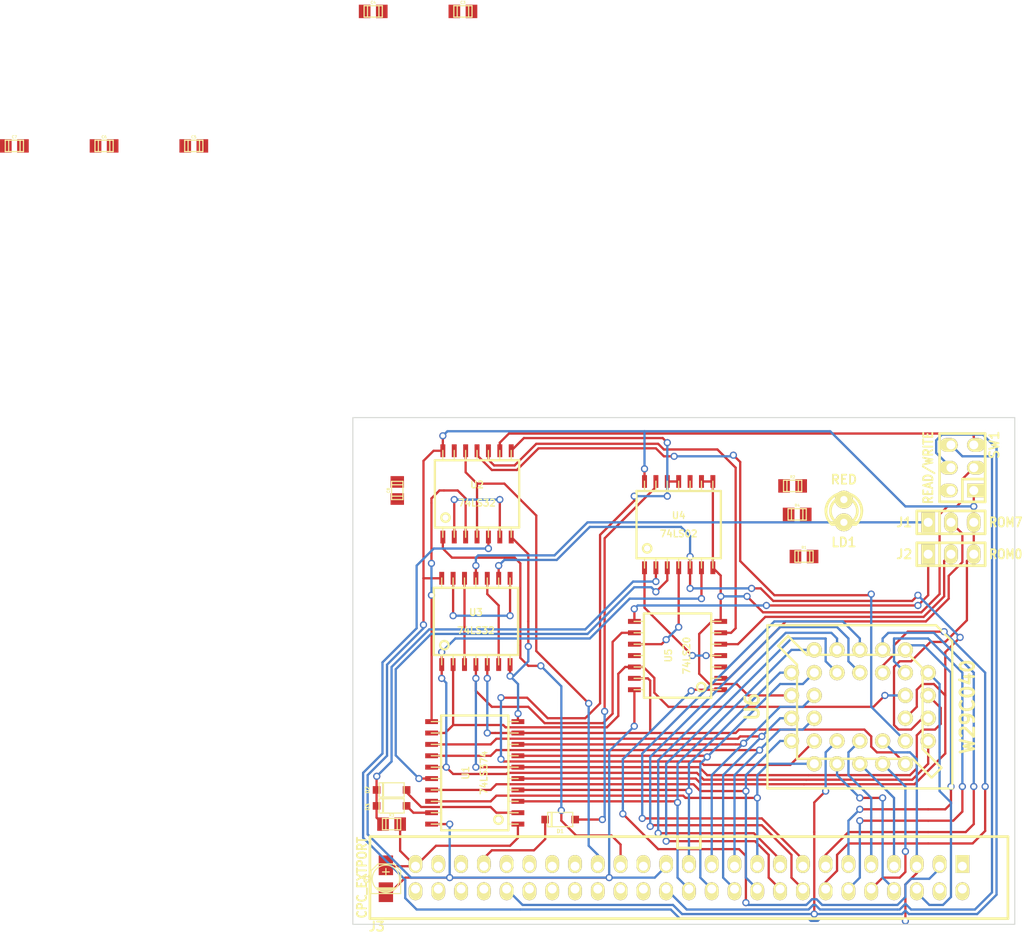
<source format=kicad_pcb>
(kicad_pcb (version 3) (host pcbnew "(2013-07-20 BZR 4243)-testing")

  (general
    (links 110)
    (no_connects 12)
    (area 31.870399 49.32906 146.813155 153.6006)
    (thickness 1.6)
    (drawings 5)
    (tracks 741)
    (zones 0)
    (modules 25)
    (nets 89)
  )

  (page A4)
  (title_block
    (title "Megaflash redux")
    (date "Friday, 18 April 2014")
    (company "James Churchill (pelrun)")
    (comment 2 "wubba lubba dub dubs!")
  )

  (layers
    (15 F.Cu signal)
    (0 B.Cu signal)
    (16 B.Adhes user)
    (17 F.Adhes user)
    (18 B.Paste user)
    (19 F.Paste user)
    (20 B.SilkS user)
    (21 F.SilkS user)
    (22 B.Mask user)
    (23 F.Mask user)
    (24 Dwgs.User user)
    (25 Cmts.User user)
    (26 Eco1.User user)
    (27 Eco2.User user)
    (28 Edge.Cuts user)
  )

  (setup
    (last_trace_width 0.254)
    (trace_clearance 0.21)
    (zone_clearance 0.508)
    (zone_45_only no)
    (trace_min 0.254)
    (segment_width 0.2)
    (edge_width 0.1)
    (via_size 0.8)
    (via_drill 0.5)
    (via_min_size 0.5)
    (via_min_drill 0.3)
    (uvia_size 0.508)
    (uvia_drill 0.127)
    (uvias_allowed yes)
    (uvia_min_size 0.0295)
    (uvia_min_drill 0.0197)
    (pcb_text_width 0.3)
    (pcb_text_size 1.5 1.5)
    (mod_edge_width 0.15)
    (mod_text_size 1 1)
    (mod_text_width 0.15)
    (pad_size 1.5 1.5)
    (pad_drill 0.6)
    (pad_to_mask_clearance 0)
    (aux_axis_origin 0 0)
    (visible_elements 7FFFFF7F)
    (pcbplotparams
      (layerselection 3178497)
      (usegerberextensions true)
      (excludeedgelayer true)
      (linewidth 0.150000)
      (plotframeref false)
      (viasonmask false)
      (mode 1)
      (useauxorigin false)
      (hpglpennumber 1)
      (hpglpenspeed 20)
      (hpglpendiameter 15)
      (hpglpenoverlay 2)
      (psnegative false)
      (psa4output false)
      (plotreference true)
      (plotvalue true)
      (plotothertext true)
      (plotinvisibletext false)
      (padsonsilk false)
      (subtractmaskfromsilk false)
      (outputformat 1)
      (mirror false)
      (drillshape 1)
      (scaleselection 1)
      (outputdirectory ""))
  )

  (net 0 "")
  (net 1 /A0)
  (net 2 /A1)
  (net 3 /A10)
  (net 4 /A11)
  (net 5 /A12)
  (net 6 /A13)
  (net 7 /A14)
  (net 8 /A15)
  (net 9 /A15EXT)
  (net 10 /A16)
  (net 11 /A17)
  (net 12 /A18)
  (net 13 /A2)
  (net 14 /A3)
  (net 15 /A4)
  (net 16 /A5)
  (net 17 /A6)
  (net 18 /A7)
  (net 19 /A8)
  (net 20 /A9)
  (net 21 /D0)
  (net 22 /D1)
  (net 23 /D2)
  (net 24 /D3)
  (net 25 /D4)
  (net 26 /D5)
  (net 27 /D6)
  (net 28 /D7)
  (net 29 /L0)
  (net 30 /L0+L7)
  (net 31 /L6)
  (net 32 /L7)
  (net 33 /ROMDIS)
  (net 34 /~CE)
  (net 35 /~IORQ)
  (net 36 /~MREQ)
  (net 37 /~ROM0DECODE)
  (net 38 /~ROM0SEL)
  (net 39 /~ROM7DECODE)
  (net 40 /~ROM7SEL)
  (net 41 /~ROMEN)
  (net 42 /~WR)
  (net 43 /~WREN)
  (net 44 GND)
  (net 45 N-0000044)
  (net 46 N-0000045)
  (net 47 N-0000046)
  (net 48 N-0000047)
  (net 49 N-0000048)
  (net 50 N-0000049)
  (net 51 N-0000050)
  (net 52 N-0000051)
  (net 53 N-0000052)
  (net 54 N-0000053)
  (net 55 N-0000054)
  (net 56 N-0000055)
  (net 57 N-0000056)
  (net 58 N-0000057)
  (net 59 N-0000058)
  (net 60 N-0000060)
  (net 61 N-0000061)
  (net 62 N-0000062)
  (net 63 N-0000063)
  (net 64 N-0000064)
  (net 65 N-0000065)
  (net 66 N-0000066)
  (net 67 N-0000067)
  (net 68 N-0000068)
  (net 69 N-0000069)
  (net 70 N-0000070)
  (net 71 N-0000071)
  (net 72 N-0000072)
  (net 73 N-0000073)
  (net 74 N-0000074)
  (net 75 N-0000075)
  (net 76 N-0000076)
  (net 77 N-0000077)
  (net 78 N-0000078)
  (net 79 N-0000079)
  (net 80 N-0000080)
  (net 81 N-0000081)
  (net 82 N-0000082)
  (net 83 N-0000083)
  (net 84 N-0000084)
  (net 85 N-0000086)
  (net 86 N-0000087)
  (net 87 N-0000088)
  (net 88 VCC)

  (net_class Default "This is the default net class."
    (clearance 0.21)
    (trace_width 0.254)
    (via_dia 0.8)
    (via_drill 0.5)
    (uvia_dia 0.508)
    (uvia_drill 0.127)
    (add_net "")
    (add_net /A0)
    (add_net /A1)
    (add_net /A10)
    (add_net /A11)
    (add_net /A12)
    (add_net /A13)
    (add_net /A14)
    (add_net /A15)
    (add_net /A15EXT)
    (add_net /A16)
    (add_net /A17)
    (add_net /A18)
    (add_net /A2)
    (add_net /A3)
    (add_net /A4)
    (add_net /A5)
    (add_net /A6)
    (add_net /A7)
    (add_net /A8)
    (add_net /A9)
    (add_net /D0)
    (add_net /D1)
    (add_net /D2)
    (add_net /D3)
    (add_net /D4)
    (add_net /D5)
    (add_net /D6)
    (add_net /D7)
    (add_net /L0)
    (add_net /L0+L7)
    (add_net /L6)
    (add_net /L7)
    (add_net /ROMDIS)
    (add_net /~CE)
    (add_net /~IORQ)
    (add_net /~MREQ)
    (add_net /~ROM0DECODE)
    (add_net /~ROM0SEL)
    (add_net /~ROM7DECODE)
    (add_net /~ROM7SEL)
    (add_net /~ROMEN)
    (add_net /~WR)
    (add_net /~WREN)
    (add_net GND)
    (add_net N-0000044)
    (add_net N-0000045)
    (add_net N-0000046)
    (add_net N-0000047)
    (add_net N-0000048)
    (add_net N-0000049)
    (add_net N-0000050)
    (add_net N-0000051)
    (add_net N-0000052)
    (add_net N-0000053)
    (add_net N-0000054)
    (add_net N-0000055)
    (add_net N-0000056)
    (add_net N-0000057)
    (add_net N-0000058)
    (add_net N-0000060)
    (add_net N-0000061)
    (add_net N-0000062)
    (add_net N-0000063)
    (add_net N-0000064)
    (add_net N-0000065)
    (add_net N-0000066)
    (add_net N-0000067)
    (add_net N-0000068)
    (add_net N-0000069)
    (add_net N-0000070)
    (add_net N-0000071)
    (add_net N-0000072)
    (add_net N-0000073)
    (add_net N-0000074)
    (add_net N-0000075)
    (add_net N-0000076)
    (add_net N-0000077)
    (add_net N-0000078)
    (add_net N-0000079)
    (add_net N-0000080)
    (add_net N-0000081)
    (add_net N-0000082)
    (add_net N-0000083)
    (add_net N-0000084)
    (add_net N-0000086)
    (add_net N-0000087)
    (add_net N-0000088)
    (add_net VCC)
  )

  (module c_elec_3x5.3 (layer F.Cu) (tedit 49F5AB9E) (tstamp 53509083)
    (at 75.438 147.447 90)
    (descr "SMT capacitor, aluminium electrolytic, 3x5.3")
    (path /53501BE7)
    (fp_text reference C1 (at 0 -2.159 90) (layer F.SilkS)
      (effects (font (size 0.50038 0.50038) (thickness 0.11938)))
    )
    (fp_text value 100u (at 0 2.159 90) (layer F.SilkS) hide
      (effects (font (size 0.50038 0.50038) (thickness 0.11938)))
    )
    (fp_line (start -1.651 -1.651) (end -1.651 1.651) (layer F.SilkS) (width 0.127))
    (fp_line (start -1.651 1.651) (end 0.889 1.651) (layer F.SilkS) (width 0.127))
    (fp_line (start 0.889 1.651) (end 1.651 0.889) (layer F.SilkS) (width 0.127))
    (fp_line (start 1.651 0.889) (end 1.651 -0.889) (layer F.SilkS) (width 0.127))
    (fp_line (start 1.651 -0.889) (end 0.889 -1.651) (layer F.SilkS) (width 0.127))
    (fp_line (start 0.889 -1.651) (end -1.651 -1.651) (layer F.SilkS) (width 0.127))
    (fp_line (start -1.397 -0.508) (end -1.397 0.508) (layer F.SilkS) (width 0.127))
    (fp_line (start -1.27 -0.762) (end -1.27 0.762) (layer F.SilkS) (width 0.127))
    (fp_line (start -1.143 -1.016) (end -1.143 1.016) (layer F.SilkS) (width 0.127))
    (fp_line (start -1.016 -1.143) (end -1.016 1.143) (layer F.SilkS) (width 0.127))
    (fp_circle (center 0 0) (end 1.524 0) (layer F.SilkS) (width 0.127))
    (fp_line (start 1.143 0) (end 0.381 0) (layer F.SilkS) (width 0.127))
    (fp_line (start 0.762 -0.381) (end 0.762 0.381) (layer F.SilkS) (width 0.127))
    (pad 1 smd rect (at 1.50114 0 90) (size 2.19964 1.6002)
      (layers F.Cu F.Paste F.Mask)
      (net 44 GND)
    )
    (pad 2 smd rect (at -1.50114 0 90) (size 2.19964 1.6002)
      (layers F.Cu F.Paste F.Mask)
      (net 88 VCC)
    )
    (model ../libKiCad/3d/smd_cap/c_elec_3x5_3.wrl
      (at (xyz 0 0 0))
      (scale (xyz 1 1 1))
      (rotate (xyz 0 0 0))
    )
  )

  (module c_0805 (layer F.Cu) (tedit 49047394) (tstamp 5350908F)
    (at 84.025 50.71)
    (descr "SMT capacitor, 0805")
    (path /53502552)
    (fp_text reference C3 (at 0 -0.9906) (layer F.SilkS)
      (effects (font (size 0.29972 0.29972) (thickness 0.06096)))
    )
    (fp_text value 100n (at 0 0.9906) (layer F.SilkS) hide
      (effects (font (size 0.29972 0.29972) (thickness 0.06096)))
    )
    (fp_line (start 0.635 -0.635) (end 0.635 0.635) (layer F.SilkS) (width 0.127))
    (fp_line (start -0.635 -0.635) (end -0.635 0.6096) (layer F.SilkS) (width 0.127))
    (fp_line (start -1.016 -0.635) (end 1.016 -0.635) (layer F.SilkS) (width 0.127))
    (fp_line (start 1.016 -0.635) (end 1.016 0.635) (layer F.SilkS) (width 0.127))
    (fp_line (start 1.016 0.635) (end -1.016 0.635) (layer F.SilkS) (width 0.127))
    (fp_line (start -1.016 0.635) (end -1.016 -0.635) (layer F.SilkS) (width 0.127))
    (pad 1 smd rect (at 0.9525 0) (size 1.30048 1.4986)
      (layers F.Cu F.Paste F.Mask)
      (net 47 N-0000046)
    )
    (pad 2 smd rect (at -0.9525 0) (size 1.30048 1.4986)
      (layers F.Cu F.Paste F.Mask)
      (net 46 N-0000045)
    )
    (model ../libKiCad/3d/smd_cap/c_0805.wrl
      (at (xyz 0 0 0))
      (scale (xyz 1 1 1))
      (rotate (xyz 0 0 0))
    )
  )

  (module c_0805 (layer F.Cu) (tedit 49047394) (tstamp 5350909B)
    (at 74.025 50.71)
    (descr "SMT capacitor, 0805")
    (path /53502561)
    (fp_text reference C4 (at 0 -0.9906) (layer F.SilkS)
      (effects (font (size 0.29972 0.29972) (thickness 0.06096)))
    )
    (fp_text value 100n (at 0 0.9906) (layer F.SilkS) hide
      (effects (font (size 0.29972 0.29972) (thickness 0.06096)))
    )
    (fp_line (start 0.635 -0.635) (end 0.635 0.635) (layer F.SilkS) (width 0.127))
    (fp_line (start -0.635 -0.635) (end -0.635 0.6096) (layer F.SilkS) (width 0.127))
    (fp_line (start -1.016 -0.635) (end 1.016 -0.635) (layer F.SilkS) (width 0.127))
    (fp_line (start 1.016 -0.635) (end 1.016 0.635) (layer F.SilkS) (width 0.127))
    (fp_line (start 1.016 0.635) (end -1.016 0.635) (layer F.SilkS) (width 0.127))
    (fp_line (start -1.016 0.635) (end -1.016 -0.635) (layer F.SilkS) (width 0.127))
    (pad 1 smd rect (at 0.9525 0) (size 1.30048 1.4986)
      (layers F.Cu F.Paste F.Mask)
      (net 48 N-0000047)
    )
    (pad 2 smd rect (at -0.9525 0) (size 1.30048 1.4986)
      (layers F.Cu F.Paste F.Mask)
      (net 49 N-0000048)
    )
    (model ../libKiCad/3d/smd_cap/c_0805.wrl
      (at (xyz 0 0 0))
      (scale (xyz 1 1 1))
      (rotate (xyz 0 0 0))
    )
  )

  (module c_0805 (layer F.Cu) (tedit 49047394) (tstamp 535090A7)
    (at 54.025 65.71)
    (descr "SMT capacitor, 0805")
    (path /53502570)
    (fp_text reference C5 (at 0 -0.9906) (layer F.SilkS)
      (effects (font (size 0.29972 0.29972) (thickness 0.06096)))
    )
    (fp_text value 100n (at 0 0.9906) (layer F.SilkS) hide
      (effects (font (size 0.29972 0.29972) (thickness 0.06096)))
    )
    (fp_line (start 0.635 -0.635) (end 0.635 0.635) (layer F.SilkS) (width 0.127))
    (fp_line (start -0.635 -0.635) (end -0.635 0.6096) (layer F.SilkS) (width 0.127))
    (fp_line (start -1.016 -0.635) (end 1.016 -0.635) (layer F.SilkS) (width 0.127))
    (fp_line (start 1.016 -0.635) (end 1.016 0.635) (layer F.SilkS) (width 0.127))
    (fp_line (start 1.016 0.635) (end -1.016 0.635) (layer F.SilkS) (width 0.127))
    (fp_line (start -1.016 0.635) (end -1.016 -0.635) (layer F.SilkS) (width 0.127))
    (pad 1 smd rect (at 0.9525 0) (size 1.30048 1.4986)
      (layers F.Cu F.Paste F.Mask)
      (net 50 N-0000049)
    )
    (pad 2 smd rect (at -0.9525 0) (size 1.30048 1.4986)
      (layers F.Cu F.Paste F.Mask)
      (net 51 N-0000050)
    )
    (model ../libKiCad/3d/smd_cap/c_0805.wrl
      (at (xyz 0 0 0))
      (scale (xyz 1 1 1))
      (rotate (xyz 0 0 0))
    )
  )

  (module c_0805 (layer F.Cu) (tedit 49047394) (tstamp 535090B3)
    (at 44.025 65.71)
    (descr "SMT capacitor, 0805")
    (path /5350257F)
    (fp_text reference C6 (at 0 -0.9906) (layer F.SilkS)
      (effects (font (size 0.29972 0.29972) (thickness 0.06096)))
    )
    (fp_text value 100n (at 0 0.9906) (layer F.SilkS) hide
      (effects (font (size 0.29972 0.29972) (thickness 0.06096)))
    )
    (fp_line (start 0.635 -0.635) (end 0.635 0.635) (layer F.SilkS) (width 0.127))
    (fp_line (start -0.635 -0.635) (end -0.635 0.6096) (layer F.SilkS) (width 0.127))
    (fp_line (start -1.016 -0.635) (end 1.016 -0.635) (layer F.SilkS) (width 0.127))
    (fp_line (start 1.016 -0.635) (end 1.016 0.635) (layer F.SilkS) (width 0.127))
    (fp_line (start 1.016 0.635) (end -1.016 0.635) (layer F.SilkS) (width 0.127))
    (fp_line (start -1.016 0.635) (end -1.016 -0.635) (layer F.SilkS) (width 0.127))
    (pad 1 smd rect (at 0.9525 0) (size 1.30048 1.4986)
      (layers F.Cu F.Paste F.Mask)
      (net 52 N-0000051)
    )
    (pad 2 smd rect (at -0.9525 0) (size 1.30048 1.4986)
      (layers F.Cu F.Paste F.Mask)
      (net 53 N-0000052)
    )
    (model ../libKiCad/3d/smd_cap/c_0805.wrl
      (at (xyz 0 0 0))
      (scale (xyz 1 1 1))
      (rotate (xyz 0 0 0))
    )
  )

  (module c_0805 (layer F.Cu) (tedit 49047394) (tstamp 535090BF)
    (at 34.025 65.71)
    (descr "SMT capacitor, 0805")
    (path /5350258E)
    (fp_text reference C7 (at 0 -0.9906) (layer F.SilkS)
      (effects (font (size 0.29972 0.29972) (thickness 0.06096)))
    )
    (fp_text value 100n (at 0 0.9906) (layer F.SilkS) hide
      (effects (font (size 0.29972 0.29972) (thickness 0.06096)))
    )
    (fp_line (start 0.635 -0.635) (end 0.635 0.635) (layer F.SilkS) (width 0.127))
    (fp_line (start -0.635 -0.635) (end -0.635 0.6096) (layer F.SilkS) (width 0.127))
    (fp_line (start -1.016 -0.635) (end 1.016 -0.635) (layer F.SilkS) (width 0.127))
    (fp_line (start 1.016 -0.635) (end 1.016 0.635) (layer F.SilkS) (width 0.127))
    (fp_line (start 1.016 0.635) (end -1.016 0.635) (layer F.SilkS) (width 0.127))
    (fp_line (start -1.016 0.635) (end -1.016 -0.635) (layer F.SilkS) (width 0.127))
    (pad 1 smd rect (at 0.9525 0) (size 1.30048 1.4986)
      (layers F.Cu F.Paste F.Mask)
      (net 54 N-0000053)
    )
    (pad 2 smd rect (at -0.9525 0) (size 1.30048 1.4986)
      (layers F.Cu F.Paste F.Mask)
      (net 55 N-0000054)
    )
    (model ../libKiCad/3d/smd_cap/c_0805.wrl
      (at (xyz 0 0 0))
      (scale (xyz 1 1 1))
      (rotate (xyz 0 0 0))
    )
  )

  (module c_0805 (layer F.Cu) (tedit 49047394) (tstamp 535090CB)
    (at 76.708 104.14 90)
    (descr "SMT capacitor, 0805")
    (path /5350259D)
    (fp_text reference C8 (at 0 -0.9906 90) (layer F.SilkS)
      (effects (font (size 0.29972 0.29972) (thickness 0.06096)))
    )
    (fp_text value 100n (at 0 0.9906 90) (layer F.SilkS) hide
      (effects (font (size 0.29972 0.29972) (thickness 0.06096)))
    )
    (fp_line (start 0.635 -0.635) (end 0.635 0.635) (layer F.SilkS) (width 0.127))
    (fp_line (start -0.635 -0.635) (end -0.635 0.6096) (layer F.SilkS) (width 0.127))
    (fp_line (start -1.016 -0.635) (end 1.016 -0.635) (layer F.SilkS) (width 0.127))
    (fp_line (start 1.016 -0.635) (end 1.016 0.635) (layer F.SilkS) (width 0.127))
    (fp_line (start 1.016 0.635) (end -1.016 0.635) (layer F.SilkS) (width 0.127))
    (fp_line (start -1.016 0.635) (end -1.016 -0.635) (layer F.SilkS) (width 0.127))
    (pad 1 smd rect (at 0.9525 0 90) (size 1.30048 1.4986)
      (layers F.Cu F.Paste F.Mask)
      (net 88 VCC)
    )
    (pad 2 smd rect (at -0.9525 0 90) (size 1.30048 1.4986)
      (layers F.Cu F.Paste F.Mask)
      (net 44 GND)
    )
    (model ../libKiCad/3d/smd_cap/c_0805.wrl
      (at (xyz 0 0 0))
      (scale (xyz 1 1 1))
      (rotate (xyz 0 0 0))
    )
  )

  (module pin_strip_3 (layer F.Cu) (tedit 535221D6) (tstamp 53509101)
    (at 138.43 107.696)
    (descr "Pin strip 3pin")
    (tags "CONN DEV")
    (path /534FCA66)
    (fp_text reference J1 (at -5.207 0) (layer F.SilkS)
      (effects (font (size 1.016 1.016) (thickness 0.2032)))
    )
    (fp_text value ROM7 (at 6.096 0) (layer F.SilkS)
      (effects (font (size 1.016 0.889) (thickness 0.2032)))
    )
    (fp_line (start -1.27 1.27) (end -1.27 -1.27) (layer F.SilkS) (width 0.3048))
    (fp_line (start -3.81 -1.27) (end 3.81 -1.27) (layer F.SilkS) (width 0.3048))
    (fp_line (start 3.81 -1.27) (end 3.81 1.27) (layer F.SilkS) (width 0.3048))
    (fp_line (start 3.81 1.27) (end -3.81 1.27) (layer F.SilkS) (width 0.3048))
    (fp_line (start -3.81 1.27) (end -3.81 -1.27) (layer F.SilkS) (width 0.3048))
    (pad 1 thru_hole rect (at -2.54 0) (size 1.524 2.19964) (drill 1.00076)
      (layers *.Cu *.Mask F.SilkS)
      (net 37 /~ROM0DECODE)
    )
    (pad 2 thru_hole oval (at 0 0) (size 1.524 2.19964) (drill 1.00076)
      (layers *.Cu *.Mask F.SilkS)
      (net 40 /~ROM7SEL)
    )
    (pad 3 thru_hole oval (at 2.54 0) (size 1.524 2.19964) (drill 1.00076)
      (layers *.Cu *.Mask F.SilkS)
      (net 88 VCC)
    )
    (model ../libKiCad/3d/pin_strip/pin_strip_3.wrl
      (at (xyz 0 0 0))
      (scale (xyz 1 1 1))
      (rotate (xyz 0 0 0))
    )
  )

  (module pin_strip_3 (layer F.Cu) (tedit 535221CE) (tstamp 5350910D)
    (at 138.43 111.252)
    (descr "Pin strip 3pin")
    (tags "CONN DEV")
    (path /534FCA54)
    (fp_text reference J2 (at -5.207 0 180) (layer F.SilkS)
      (effects (font (size 1.016 1.016) (thickness 0.2032)))
    )
    (fp_text value ROM0 (at 6.096 0) (layer F.SilkS)
      (effects (font (size 1.016 0.889) (thickness 0.2032)))
    )
    (fp_line (start -1.27 1.27) (end -1.27 -1.27) (layer F.SilkS) (width 0.3048))
    (fp_line (start -3.81 -1.27) (end 3.81 -1.27) (layer F.SilkS) (width 0.3048))
    (fp_line (start 3.81 -1.27) (end 3.81 1.27) (layer F.SilkS) (width 0.3048))
    (fp_line (start 3.81 1.27) (end -3.81 1.27) (layer F.SilkS) (width 0.3048))
    (fp_line (start -3.81 1.27) (end -3.81 -1.27) (layer F.SilkS) (width 0.3048))
    (pad 1 thru_hole rect (at -2.54 0) (size 1.524 2.19964) (drill 1.00076)
      (layers *.Cu *.Mask F.SilkS)
      (net 39 /~ROM7DECODE)
    )
    (pad 2 thru_hole oval (at 0 0) (size 1.524 2.19964) (drill 1.00076)
      (layers *.Cu *.Mask F.SilkS)
      (net 38 /~ROM0SEL)
    )
    (pad 3 thru_hole oval (at 2.54 0) (size 1.524 2.19964) (drill 1.00076)
      (layers *.Cu *.Mask F.SilkS)
      (net 88 VCC)
    )
    (model ../libKiCad/3d/pin_strip/pin_strip_3.wrl
      (at (xyz 0 0 0))
      (scale (xyz 1 1 1))
      (rotate (xyz 0 0 0))
    )
  )

  (module vasch_strip_25x2 (layer F.Cu) (tedit 53522405) (tstamp 5350914A)
    (at 109.22 147.32 180)
    (descr "Shrouded header, 25x2pin p2.54")
    (tags "CONN DEV")
    (path /534D3CAB)
    (fp_text reference J3 (at 34.798 -5.461 180) (layer F.SilkS)
      (effects (font (size 1.016 1.016) (thickness 0.2032)))
    )
    (fp_text value CPC_EXTPORT (at 36.449 0 270) (layer F.SilkS)
      (effects (font (size 1.016 0.889) (thickness 0.2032)))
    )
    (fp_line (start -35.56 4.572) (end 35.56 4.572) (layer F.SilkS) (width 0.3048))
    (fp_line (start 35.56 -4.572) (end -35.56 -4.572) (layer F.SilkS) (width 0.3048))
    (fp_line (start -35.56 -4.572) (end -35.56 4.572) (layer F.SilkS) (width 0.29972))
    (fp_line (start 35.56 -4.572) (end 35.56 4.572) (layer F.SilkS) (width 0.29972))
    (fp_line (start 1.27 4.572) (end 1.27 3.302) (layer F.SilkS) (width 0.29972))
    (fp_line (start 1.27 3.302) (end -1.27 3.302) (layer F.SilkS) (width 0.29972))
    (fp_line (start -1.27 3.302) (end -1.27 4.572) (layer F.SilkS) (width 0.29972))
    (pad 1 thru_hole rect (at -30.48 1.27 180) (size 1.524 1.99898) (drill 1.00076 (offset 0 0.24892))
      (layers *.Cu *.Mask F.SilkS)
      (net 87 N-0000088)
    )
    (pad 2 thru_hole oval (at -30.48 -1.27 180) (size 1.524 1.99898) (drill 1.00076 (offset 0 -0.24892))
      (layers *.Cu *.Mask F.SilkS)
      (net 44 GND)
    )
    (pad 3 thru_hole oval (at -27.94 1.27 180) (size 1.524 1.99898) (drill 1.00076 (offset 0 0.24638))
      (layers *.Cu *.Mask F.SilkS)
      (net 9 /A15EXT)
    )
    (pad 4 thru_hole oval (at -27.94 -1.27 180) (size 1.524 1.99898) (drill 1.00076 (offset 0 -0.24892))
      (layers *.Cu *.Mask F.SilkS)
      (net 75 N-0000075)
    )
    (pad 5 thru_hole oval (at -25.4 1.27 180) (size 1.524 1.99898) (drill 1.00076 (offset 0 0.24638))
      (layers *.Cu *.Mask F.SilkS)
      (net 6 /A13)
    )
    (pad 6 thru_hole oval (at -25.4 -1.27 180) (size 1.524 1.99898) (drill 1.00076 (offset 0 -0.24892))
      (layers *.Cu *.Mask F.SilkS)
      (net 5 /A12)
    )
    (pad 7 thru_hole oval (at -22.86 1.27 180) (size 1.524 1.99898) (drill 1.00076 (offset 0 0.24638))
      (layers *.Cu *.Mask F.SilkS)
      (net 4 /A11)
    )
    (pad 8 thru_hole oval (at -22.86 -1.27 180) (size 1.524 1.99898) (drill 1.00076 (offset 0 -0.24892))
      (layers *.Cu *.Mask F.SilkS)
      (net 3 /A10)
    )
    (pad 9 thru_hole oval (at -20.32 1.27 180) (size 1.524 1.99898) (drill 1.00076 (offset 0 0.24638))
      (layers *.Cu *.Mask F.SilkS)
      (net 20 /A9)
    )
    (pad 10 thru_hole oval (at -20.32 -1.27 180) (size 1.524 1.99898) (drill 1.00076 (offset 0 -0.24892))
      (layers *.Cu *.Mask F.SilkS)
      (net 19 /A8)
    )
    (pad 11 thru_hole oval (at -17.78 1.27 180) (size 1.524 1.99898) (drill 1.00076 (offset 0 0.24638))
      (layers *.Cu *.Mask F.SilkS)
      (net 18 /A7)
    )
    (pad 12 thru_hole oval (at -17.78 -1.27 180) (size 1.524 1.99898) (drill 1.00076 (offset 0 -0.24892))
      (layers *.Cu *.Mask F.SilkS)
      (net 17 /A6)
    )
    (pad 13 thru_hole oval (at -15.24 1.27 180) (size 1.524 1.99898) (drill 1.00076 (offset 0 0.24638))
      (layers *.Cu *.Mask F.SilkS)
      (net 16 /A5)
    )
    (pad 14 thru_hole oval (at -15.24 -1.27 180) (size 1.524 1.99898) (drill 1.00076 (offset 0 -0.24892))
      (layers *.Cu *.Mask F.SilkS)
      (net 15 /A4)
    )
    (pad 15 thru_hole oval (at -12.7 1.27 180) (size 1.524 1.99898) (drill 1.00076 (offset 0 0.24638))
      (layers *.Cu *.Mask F.SilkS)
      (net 14 /A3)
    )
    (pad 16 thru_hole oval (at -12.7 -1.27 180) (size 1.524 1.99898) (drill 1.00076 (offset 0 -0.24892))
      (layers *.Cu *.Mask F.SilkS)
      (net 13 /A2)
    )
    (pad 17 thru_hole oval (at -10.16 1.27 180) (size 1.524 1.99898) (drill 1.00076 (offset 0 0.24638))
      (layers *.Cu *.Mask F.SilkS)
      (net 2 /A1)
    )
    (pad 18 thru_hole oval (at -10.16 -1.27 180) (size 1.524 1.99898) (drill 1.00076 (offset 0 -0.24892))
      (layers *.Cu *.Mask F.SilkS)
      (net 1 /A0)
    )
    (pad 19 thru_hole oval (at -7.62 1.27 180) (size 1.524 1.99898) (drill 1.00076 (offset 0 0.24638))
      (layers *.Cu *.Mask F.SilkS)
      (net 28 /D7)
    )
    (pad 20 thru_hole oval (at -7.62 -1.27 180) (size 1.524 1.99898) (drill 1.00076 (offset 0 -0.24892))
      (layers *.Cu *.Mask F.SilkS)
      (net 27 /D6)
    )
    (pad 21 thru_hole oval (at -5.08 1.27 180) (size 1.524 1.99898) (drill 1.00076 (offset 0 0.24638))
      (layers *.Cu *.Mask F.SilkS)
      (net 26 /D5)
    )
    (pad 22 thru_hole oval (at -5.08 -1.27 180) (size 1.524 1.99898) (drill 1.00076 (offset 0 -0.24892))
      (layers *.Cu *.Mask F.SilkS)
      (net 25 /D4)
    )
    (pad 23 thru_hole oval (at -2.54 1.27 180) (size 1.524 1.99898) (drill 1.00076 (offset 0 0.24638))
      (layers *.Cu *.Mask F.SilkS)
      (net 24 /D3)
    )
    (pad 24 thru_hole oval (at -2.54 -1.27 180) (size 1.524 1.99898) (drill 1.00076 (offset 0 -0.24892))
      (layers *.Cu *.Mask F.SilkS)
      (net 23 /D2)
    )
    (pad 25 thru_hole oval (at 0 1.27 180) (size 1.524 1.99898) (drill 1.00076 (offset 0 0.24638))
      (layers *.Cu *.Mask F.SilkS)
      (net 22 /D1)
    )
    (pad 26 thru_hole oval (at 0 -1.27 180) (size 1.524 1.99898) (drill 1.00076 (offset 0 -0.24892))
      (layers *.Cu *.Mask F.SilkS)
      (net 21 /D0)
    )
    (pad 27 thru_hole oval (at 2.54 1.27 180) (size 1.524 1.99898) (drill 1.00076 (offset 0 0.24638))
      (layers *.Cu *.Mask F.SilkS)
      (net 88 VCC)
    )
    (pad 28 thru_hole oval (at 2.54 -1.27 180) (size 1.524 1.99898) (drill 1.00076 (offset 0 -0.24892))
      (layers *.Cu *.Mask F.SilkS)
      (net 36 /~MREQ)
    )
    (pad 29 thru_hole oval (at 5.08 1.27 180) (size 1.524 1.99898) (drill 1.00076 (offset 0 0.24638))
      (layers *.Cu *.Mask F.SilkS)
      (net 83 N-0000083)
    )
    (pad 30 thru_hole oval (at 5.08 -1.27 180) (size 1.524 1.99898) (drill 1.00076 (offset 0 -0.24892))
      (layers *.Cu *.Mask F.SilkS)
      (net 67 N-0000067)
    )
    (pad 31 thru_hole oval (at 7.62 1.27 180) (size 1.524 1.99898) (drill 1.00076 (offset 0 0.24638))
      (layers *.Cu *.Mask F.SilkS)
      (net 35 /~IORQ)
    )
    (pad 32 thru_hole oval (at 7.62 -1.27 180) (size 1.524 1.99898) (drill 1.00076 (offset 0 -0.24892))
      (layers *.Cu *.Mask F.SilkS)
      (net 68 N-0000068)
    )
    (pad 33 thru_hole oval (at 10.16 1.27 180) (size 1.524 1.99898) (drill 1.00076 (offset 0 0.24638))
      (layers *.Cu *.Mask F.SilkS)
      (net 42 /~WR)
    )
    (pad 34 thru_hole oval (at 10.16 -1.27 180) (size 1.524 1.99898) (drill 1.00076 (offset 0 -0.24892))
      (layers *.Cu *.Mask F.SilkS)
      (net 69 N-0000069)
    )
    (pad 35 thru_hole oval (at 12.7 1.27 180) (size 1.524 1.99898) (drill 1.00076 (offset 0 0.24638))
      (layers *.Cu *.Mask F.SilkS)
      (net 82 N-0000082)
    )
    (pad 36 thru_hole oval (at 12.7 -1.27 180) (size 1.524 1.99898) (drill 1.00076 (offset 0 -0.24892))
      (layers *.Cu *.Mask F.SilkS)
      (net 70 N-0000070)
    )
    (pad 37 thru_hole oval (at 15.24 1.27 180) (size 1.524 1.99898) (drill 1.00076 (offset 0 0.24638))
      (layers *.Cu *.Mask F.SilkS)
      (net 81 N-0000081)
    )
    (pad 38 thru_hole oval (at 15.24 -1.27 180) (size 1.524 1.99898) (drill 1.00076 (offset 0 -0.24892))
      (layers *.Cu *.Mask F.SilkS)
      (net 71 N-0000071)
    )
    (pad 39 thru_hole oval (at 17.78 1.27 180) (size 1.524 1.99898) (drill 1.00076 (offset 0 0.24638))
      (layers *.Cu *.Mask F.SilkS)
      (net 80 N-0000080)
    )
    (pad 40 thru_hole oval (at 17.78 -1.27 180) (size 1.524 1.99898) (drill 1.00076 (offset 0 -0.24892))
      (layers *.Cu *.Mask F.SilkS)
      (net 72 N-0000072)
    )
    (pad 41 thru_hole oval (at 20.32 1.27 180) (size 1.524 1.99898) (drill 1.00076 (offset 0 0.24638))
      (layers *.Cu *.Mask F.SilkS)
      (net 79 N-0000079)
    )
    (pad 42 thru_hole oval (at 20.32 -1.27 180) (size 1.524 1.99898) (drill 1.00076 (offset 0 -0.24892))
      (layers *.Cu *.Mask F.SilkS)
      (net 41 /~ROMEN)
    )
    (pad 43 thru_hole oval (at 22.86 1.27 180) (size 1.524 1.99898) (drill 1.00076 (offset 0 0.24638))
      (layers *.Cu *.Mask F.SilkS)
      (net 45 N-0000044)
    )
    (pad 44 thru_hole oval (at 22.86 -1.27 180) (size 1.524 1.99898) (drill 1.00076 (offset 0 -0.24892))
      (layers *.Cu *.Mask F.SilkS)
      (net 73 N-0000073)
    )
    (pad 45 thru_hole oval (at 25.4 1.27 180) (size 1.524 1.99898) (drill 1.00076 (offset 0 0.24638))
      (layers *.Cu *.Mask F.SilkS)
      (net 78 N-0000078)
    )
    (pad 46 thru_hole oval (at 25.4 -1.27 180) (size 1.524 1.99898) (drill 1.00076 (offset 0 -0.24892))
      (layers *.Cu *.Mask F.SilkS)
      (net 74 N-0000074)
    )
    (pad 47 thru_hole oval (at 27.94 1.27 180) (size 1.524 1.99898) (drill 1.00076 (offset 0 0.24638))
      (layers *.Cu *.Mask F.SilkS)
      (net 77 N-0000077)
    )
    (pad 48 thru_hole oval (at 27.94 -1.27 180) (size 1.524 1.99898) (drill 1.00076 (offset 0 -0.24892))
      (layers *.Cu *.Mask F.SilkS)
      (net 66 N-0000066)
    )
    (pad 49 thru_hole oval (at 30.48 1.27 180) (size 1.524 1.99898) (drill 1.00076 (offset 0 0.24638))
      (layers *.Cu *.Mask F.SilkS)
      (net 44 GND)
    )
    (pad 50 thru_hole oval (at 30.48 -1.27 180) (size 1.524 1.99898) (drill 1.00076 (offset 0 -0.24892))
      (layers *.Cu *.Mask F.SilkS)
      (net 76 N-0000076)
    )
    (model ../libKiCad/3d/conn_strip/vasch_strip_25x2.wrl
      (at (xyz 0 0 -0.06))
      (scale (xyz 1 1 1))
      (rotate (xyz 0 180 0))
    )
  )

  (module led_3mm_red (layer F.Cu) (tedit 532D9AC8) (tstamp 53509157)
    (at 126.492 106.426)
    (descr "3mm red led")
    (tags led)
    (path /535008BE)
    (fp_text reference LD1 (at 0 3.5) (layer F.SilkS)
      (effects (font (size 1 1) (thickness 0.2)))
    )
    (fp_text value RED (at 0 -3.5) (layer F.SilkS)
      (effects (font (size 1 1) (thickness 0.2)))
    )
    (fp_arc (start 0 0) (end 1.50876 -1.31064) (angle 90) (layer F.SilkS) (width 0.29972))
    (fp_arc (start 0 0) (end -1.33096 1.50114) (angle 90) (layer F.SilkS) (width 0.29972))
    (fp_arc (start 0 0) (end 0 -1.99898) (angle 90) (layer F.SilkS) (width 0.29972))
    (fp_arc (start 0 0) (end -1.99898 0) (angle 90) (layer F.SilkS) (width 0.29972))
    (fp_line (start -1.50114 1.30048) (end 1.50114 1.30048) (layer F.SilkS) (width 0.29972))
    (fp_line (start -1.30048 1.50114) (end 1.30048 1.50114) (layer F.SilkS) (width 0.29972))
    (fp_circle (center 0 0) (end -1.50114 0) (layer F.SilkS) (width 0.29972))
    (pad 1 thru_hole circle (at 0 -1.27) (size 1.99898 1.99898) (drill 0.8001)
      (layers *.Cu *.Mask F.SilkS)
      (net 58 N-0000057)
    )
    (pad 2 thru_hole circle (at 0 1.27) (size 1.99898 1.99898) (drill 0.8001)
      (layers *.Cu *.Mask F.SilkS)
      (net 56 N-0000055)
    )
    (model ../libKiCad/3d/indicators/led_3mm_red.wrl
      (at (xyz 0 0 0))
      (scale (xyz 1 1 1))
      (rotate (xyz 0 0 0))
    )
  )

  (module r_0805 (layer F.Cu) (tedit 49047384) (tstamp 53509163)
    (at 122.047 111.506)
    (descr "SMT resistor, 0805")
    (path /534FE336)
    (fp_text reference R1 (at 0 -0.9906) (layer F.SilkS)
      (effects (font (size 0.29972 0.29972) (thickness 0.06096)))
    )
    (fp_text value 1K (at 0 0.9906) (layer F.SilkS) hide
      (effects (font (size 0.29972 0.29972) (thickness 0.06096)))
    )
    (fp_line (start 0.635 -0.635) (end 0.635 0.635) (layer F.SilkS) (width 0.127))
    (fp_line (start -0.635 -0.635) (end -0.635 0.6096) (layer F.SilkS) (width 0.127))
    (fp_line (start -1.016 -0.635) (end 1.016 -0.635) (layer F.SilkS) (width 0.127))
    (fp_line (start 1.016 -0.635) (end 1.016 0.635) (layer F.SilkS) (width 0.127))
    (fp_line (start 1.016 0.635) (end -1.016 0.635) (layer F.SilkS) (width 0.127))
    (fp_line (start -1.016 0.635) (end -1.016 -0.635) (layer F.SilkS) (width 0.127))
    (pad 1 smd rect (at 0.9525 0) (size 1.30048 1.4986)
      (layers F.Cu F.Paste F.Mask)
      (net 88 VCC)
    )
    (pad 2 smd rect (at -0.9525 0) (size 1.30048 1.4986)
      (layers F.Cu F.Paste F.Mask)
      (net 33 /ROMDIS)
    )
    (model ../libKiCad/3d/smd_resistors/r_0805.wrl
      (at (xyz 0 0 0))
      (scale (xyz 1 1 1))
      (rotate (xyz 0 0 0))
    )
  )

  (module r_0805 (layer F.Cu) (tedit 49047384) (tstamp 5350916F)
    (at 120.777 103.632)
    (descr "SMT resistor, 0805")
    (path /534FA545)
    (fp_text reference R2 (at 0 -0.9906) (layer F.SilkS)
      (effects (font (size 0.29972 0.29972) (thickness 0.06096)))
    )
    (fp_text value 220 (at 0 0.9906) (layer F.SilkS) hide
      (effects (font (size 0.29972 0.29972) (thickness 0.06096)))
    )
    (fp_line (start 0.635 -0.635) (end 0.635 0.635) (layer F.SilkS) (width 0.127))
    (fp_line (start -0.635 -0.635) (end -0.635 0.6096) (layer F.SilkS) (width 0.127))
    (fp_line (start -1.016 -0.635) (end 1.016 -0.635) (layer F.SilkS) (width 0.127))
    (fp_line (start 1.016 -0.635) (end 1.016 0.635) (layer F.SilkS) (width 0.127))
    (fp_line (start 1.016 0.635) (end -1.016 0.635) (layer F.SilkS) (width 0.127))
    (fp_line (start -1.016 0.635) (end -1.016 -0.635) (layer F.SilkS) (width 0.127))
    (pad 1 smd rect (at 0.9525 0) (size 1.30048 1.4986)
      (layers F.Cu F.Paste F.Mask)
      (net 56 N-0000055)
    )
    (pad 2 smd rect (at -0.9525 0) (size 1.30048 1.4986)
      (layers F.Cu F.Paste F.Mask)
      (net 57 N-0000056)
    )
    (model ../libKiCad/3d/smd_resistors/r_0805.wrl
      (at (xyz 0 0 0))
      (scale (xyz 1 1 1))
      (rotate (xyz 0 0 0))
    )
  )

  (module r_0805 (layer F.Cu) (tedit 49047384) (tstamp 5350917B)
    (at 76.073 141.351)
    (descr "SMT resistor, 0805")
    (path /534FD610)
    (fp_text reference R3 (at 0 -0.9906) (layer F.SilkS)
      (effects (font (size 0.29972 0.29972) (thickness 0.06096)))
    )
    (fp_text value 1K (at 0 0.9906) (layer F.SilkS) hide
      (effects (font (size 0.29972 0.29972) (thickness 0.06096)))
    )
    (fp_line (start 0.635 -0.635) (end 0.635 0.635) (layer F.SilkS) (width 0.127))
    (fp_line (start -0.635 -0.635) (end -0.635 0.6096) (layer F.SilkS) (width 0.127))
    (fp_line (start -1.016 -0.635) (end 1.016 -0.635) (layer F.SilkS) (width 0.127))
    (fp_line (start 1.016 -0.635) (end 1.016 0.635) (layer F.SilkS) (width 0.127))
    (fp_line (start 1.016 0.635) (end -1.016 0.635) (layer F.SilkS) (width 0.127))
    (fp_line (start -1.016 0.635) (end -1.016 -0.635) (layer F.SilkS) (width 0.127))
    (pad 1 smd rect (at 0.9525 0) (size 1.30048 1.4986)
      (layers F.Cu F.Paste F.Mask)
      (net 44 GND)
    )
    (pad 2 smd rect (at -0.9525 0) (size 1.30048 1.4986)
      (layers F.Cu F.Paste F.Mask)
      (net 30 /L0+L7)
    )
    (model ../libKiCad/3d/smd_resistors/r_0805.wrl
      (at (xyz 0 0 0))
      (scale (xyz 1 1 1))
      (rotate (xyz 0 0 0))
    )
  )

  (module r_0805 (layer F.Cu) (tedit 49047384) (tstamp 53509187)
    (at 121.285 106.807)
    (descr "SMT resistor, 0805")
    (path /535008ED)
    (fp_text reference R4 (at 0 -0.9906) (layer F.SilkS)
      (effects (font (size 0.29972 0.29972) (thickness 0.06096)))
    )
    (fp_text value 1K (at 0 0.9906) (layer F.SilkS) hide
      (effects (font (size 0.29972 0.29972) (thickness 0.06096)))
    )
    (fp_line (start 0.635 -0.635) (end 0.635 0.635) (layer F.SilkS) (width 0.127))
    (fp_line (start -0.635 -0.635) (end -0.635 0.6096) (layer F.SilkS) (width 0.127))
    (fp_line (start -1.016 -0.635) (end 1.016 -0.635) (layer F.SilkS) (width 0.127))
    (fp_line (start 1.016 -0.635) (end 1.016 0.635) (layer F.SilkS) (width 0.127))
    (fp_line (start 1.016 0.635) (end -1.016 0.635) (layer F.SilkS) (width 0.127))
    (fp_line (start -1.016 0.635) (end -1.016 -0.635) (layer F.SilkS) (width 0.127))
    (pad 1 smd rect (at 0.9525 0) (size 1.30048 1.4986)
      (layers F.Cu F.Paste F.Mask)
      (net 58 N-0000057)
    )
    (pad 2 smd rect (at -0.9525 0) (size 1.30048 1.4986)
      (layers F.Cu F.Paste F.Mask)
      (net 88 VCC)
    )
    (model ../libKiCad/3d/smd_resistors/r_0805.wrl
      (at (xyz 0 0 0))
      (scale (xyz 1 1 1))
      (rotate (xyz 0 0 0))
    )
  )

  (module pin_socket_3x2 (layer F.Cu) (tedit 535221C6) (tstamp 53509197)
    (at 139.7 101.6 90)
    (descr "Pin socket 3x2pin")
    (tags "CONN DEV")
    (path /534FED3F)
    (fp_text reference SW1 (at 2.54 3.556 90) (layer F.SilkS)
      (effects (font (size 1.016 1.016) (thickness 0.2032)))
    )
    (fp_text value READ/WRITE (at 0 -3.81 90) (layer F.SilkS)
      (effects (font (size 1.016 0.889) (thickness 0.2032)))
    )
    (fp_line (start -3.81 -2.54) (end 3.81 -2.54) (layer F.SilkS) (width 0.3048))
    (fp_line (start 3.81 -2.54) (end 3.81 2.54) (layer F.SilkS) (width 0.3048))
    (fp_line (start 3.81 2.54) (end -3.81 2.54) (layer F.SilkS) (width 0.3048))
    (fp_line (start -3.81 0) (end -1.27 0) (layer F.SilkS) (width 0.3048))
    (fp_line (start -1.27 0) (end -1.27 2.54) (layer F.SilkS) (width 0.3048))
    (fp_line (start -3.81 -2.54) (end -3.81 2.54) (layer F.SilkS) (width 0.3048))
    (pad 1 thru_hole rect (at -2.54 1.27 90) (size 1.524 1.99898) (drill 1.00076 (offset 0 0.24892))
      (layers *.Cu *.Mask F.SilkS)
      (net 88 VCC)
    )
    (pad 2 thru_hole oval (at -2.54 -1.27 90) (size 1.524 1.99898) (drill 1.00076 (offset 0 -0.24892))
      (layers *.Cu *.Mask F.SilkS)
      (net 56 N-0000055)
    )
    (pad 3 thru_hole oval (at 0 1.27 90) (size 1.524 1.99898) (drill 1.00076 (offset 0 0.24892))
      (layers *.Cu *.Mask F.SilkS)
      (net 44 GND)
    )
    (pad 4 thru_hole oval (at 0 -1.27 90) (size 1.524 1.99898) (drill 1.00076 (offset 0 -0.24892))
      (layers *.Cu *.Mask F.SilkS)
      (net 41 /~ROMEN)
    )
    (pad 5 thru_hole oval (at 2.54 1.27 90) (size 1.524 1.99898) (drill 1.00076 (offset 0 0.24892))
      (layers *.Cu *.Mask F.SilkS)
      (net 59 N-0000058)
    )
    (pad 6 thru_hole oval (at 2.54 -1.27 90) (size 1.524 1.99898) (drill 1.00076 (offset 0 -0.24892))
      (layers *.Cu *.Mask F.SilkS)
      (net 36 /~MREQ)
    )
    (model ../libKiCad/3d/pin_strip/pin_socket_3x2.wrl
      (at (xyz 0 0 0))
      (scale (xyz 1 1 1))
      (rotate (xyz 0 0 0))
    )
  )

  (module plcc32_pth-skt (layer F.Cu) (tedit 4E498ACB) (tstamp 53509290)
    (at 128.27 128.27 90)
    (path /534D1E0B)
    (fp_text reference U6 (at 0 -11.99896 90) (layer F.SilkS)
      (effects (font (thickness 0.3048)))
    )
    (fp_text value W29C040 (at 0 11.99896 90) (layer F.SilkS)
      (effects (font (thickness 0.3048)))
    )
    (fp_line (start -5.79882 -7.00024) (end -5.79882 5.90042) (layer F.SilkS) (width 0.254))
    (fp_line (start 5.79882 5.4991) (end 5.79882 -5.90042) (layer F.SilkS) (width 0.254))
    (fp_line (start -9.10082 10.2997) (end -9.10082 -10.2997) (layer F.SilkS) (width 0.254))
    (fp_line (start 9.10082 -10.2997) (end 9.10082 8.49884) (layer F.SilkS) (width 0.254))
    (fp_line (start -5.79882 -7.00024) (end 4.699 -7.00024) (layer F.SilkS) (width 0.254))
    (fp_line (start 4.30022 7.00024) (end -4.699 7.00024) (layer F.SilkS) (width 0.254))
    (fp_line (start 4.30022 6.9977) (end 5.79882 5.4991) (layer F.SilkS) (width 0.254))
    (fp_line (start 9.10082 -10.2997) (end -9.10082 -10.2997) (layer F.SilkS) (width 0.254))
    (fp_line (start -9.10082 10.2997) (end 7.29996 10.2997) (layer F.SilkS) (width 0.254))
    (fp_line (start 7.29996 10.30224) (end 9.10082 8.50138) (layer F.SilkS) (width 0.254))
    (fp_line (start 4.70154 -6.9977) (end 6.79958 -9.09574) (layer F.SilkS) (width 0.254))
    (fp_line (start 6.79958 -9.09574) (end 7.8994 -7.99592) (layer F.SilkS) (width 0.254))
    (fp_line (start 7.8994 -8.001) (end 5.80136 -5.90296) (layer F.SilkS) (width 0.254))
    (fp_line (start -5.80136 5.90042) (end -7.8994 7.99846) (layer F.SilkS) (width 0.254))
    (fp_line (start -7.8994 8.001) (end -6.79958 9.10082) (layer F.SilkS) (width 0.254))
    (fp_line (start -6.79958 9.09574) (end -4.70154 6.9977) (layer F.SilkS) (width 0.254))
    (pad 2 thru_hole circle (at 1.27 7.62 90) (size 1.69926 1.69926) (drill 1.00076)
      (layers *.Cu *.Mask F.SilkS)
      (net 10 /A16)
    )
    (pad 1 thru_hole circle (at -1.27 5.08 90) (size 1.69926 1.69926) (drill 1.00076)
      (layers *.Cu *.Mask F.SilkS)
      (net 12 /A18)
    )
    (pad 3 thru_hole circle (at 1.27 5.08 90) (size 1.69926 1.69926) (drill 1.00076)
      (layers *.Cu *.Mask F.SilkS)
      (net 8 /A15)
    )
    (pad 4 thru_hole circle (at 3.81 7.62 90) (size 1.69926 1.69926) (drill 1.00076)
      (layers *.Cu *.Mask F.SilkS)
      (net 5 /A12)
    )
    (pad 5 thru_hole circle (at 6.35 5.08 90) (size 1.69926 1.69926) (drill 1.00076)
      (layers *.Cu *.Mask F.SilkS)
      (net 18 /A7)
    )
    (pad 6 thru_hole circle (at 3.81 5.08 90) (size 1.69926 1.69926) (drill 1.00076)
      (layers *.Cu *.Mask F.SilkS)
      (net 17 /A6)
    )
    (pad 7 thru_hole circle (at 6.35 2.54 90) (size 1.69926 1.69926) (drill 1.00076)
      (layers *.Cu *.Mask F.SilkS)
      (net 16 /A5)
    )
    (pad 8 thru_hole circle (at 3.81 2.54 90) (size 1.69926 1.69926) (drill 1.00076)
      (layers *.Cu *.Mask F.SilkS)
      (net 15 /A4)
    )
    (pad 9 thru_hole circle (at 6.35 0 90) (size 1.69926 1.69926) (drill 1.00076)
      (layers *.Cu *.Mask F.SilkS)
      (net 14 /A3)
    )
    (pad 10 thru_hole circle (at 3.81 0 90) (size 1.69926 1.69926) (drill 1.00076)
      (layers *.Cu *.Mask F.SilkS)
      (net 13 /A2)
    )
    (pad 11 thru_hole circle (at 6.35 -2.54 90) (size 1.69926 1.69926) (drill 1.00076)
      (layers *.Cu *.Mask F.SilkS)
      (net 2 /A1)
    )
    (pad 12 thru_hole circle (at 3.81 -2.54 90) (size 1.69926 1.69926) (drill 1.00076)
      (layers *.Cu *.Mask F.SilkS)
      (net 1 /A0)
    )
    (pad 13 thru_hole circle (at 6.35 -5.08 90) (size 1.69926 1.69926) (drill 1.00076)
      (layers *.Cu *.Mask F.SilkS)
      (net 21 /D0)
    )
    (pad 14 thru_hole circle (at 3.81 -7.62 90) (size 1.69926 1.69926) (drill 1.00076)
      (layers *.Cu *.Mask F.SilkS)
      (net 22 /D1)
    )
    (pad 15 thru_hole circle (at 3.81 -5.08 90) (size 1.69926 1.69926) (drill 1.00076)
      (layers *.Cu *.Mask F.SilkS)
      (net 23 /D2)
    )
    (pad 16 thru_hole circle (at 1.27 -7.62 90) (size 1.69926 1.69926) (drill 1.00076)
      (layers *.Cu *.Mask F.SilkS)
      (net 44 GND)
    )
    (pad 17 thru_hole circle (at 1.27 -5.08 90) (size 1.69926 1.69926) (drill 1.00076)
      (layers *.Cu *.Mask F.SilkS)
      (net 24 /D3)
    )
    (pad 18 thru_hole circle (at -1.27 -7.62 90) (size 1.69926 1.69926) (drill 1.00076)
      (layers *.Cu *.Mask F.SilkS)
      (net 25 /D4)
    )
    (pad 19 thru_hole circle (at -1.27 -5.08 90) (size 1.69926 1.69926) (drill 1.00076)
      (layers *.Cu *.Mask F.SilkS)
      (net 26 /D5)
    )
    (pad 20 thru_hole circle (at -3.81 -7.62 90) (size 1.69926 1.69926) (drill 1.00076)
      (layers *.Cu *.Mask F.SilkS)
      (net 27 /D6)
    )
    (pad 21 thru_hole circle (at -6.35 -5.08 90) (size 1.69926 1.69926) (drill 1.00076)
      (layers *.Cu *.Mask F.SilkS)
      (net 28 /D7)
    )
    (pad 22 thru_hole circle (at -3.81 -5.08 90) (size 1.69926 1.69926) (drill 1.00076)
      (layers *.Cu *.Mask F.SilkS)
      (net 34 /~CE)
    )
    (pad 23 thru_hole circle (at -6.35 -2.54 90) (size 1.69926 1.69926) (drill 1.00076)
      (layers *.Cu *.Mask F.SilkS)
      (net 3 /A10)
    )
    (pad 24 thru_hole circle (at -3.81 -2.54 90) (size 1.69926 1.69926) (drill 1.00076)
      (layers *.Cu *.Mask F.SilkS)
      (net 41 /~ROMEN)
    )
    (pad 25 thru_hole circle (at -6.35 0 90) (size 1.69926 1.69926) (drill 1.00076)
      (layers *.Cu *.Mask F.SilkS)
      (net 4 /A11)
    )
    (pad 26 thru_hole circle (at -3.81 0 90) (size 1.69926 1.69926) (drill 1.00076)
      (layers *.Cu *.Mask F.SilkS)
      (net 20 /A9)
    )
    (pad 27 thru_hole circle (at -6.35 2.54 90) (size 1.69926 1.69926) (drill 1.00076)
      (layers *.Cu *.Mask F.SilkS)
      (net 19 /A8)
    )
    (pad 32 thru_hole circle (at -1.27 7.62 90) (size 1.69926 1.69926) (drill 1.00076)
      (layers *.Cu *.Mask F.SilkS)
      (net 88 VCC)
    )
    (pad 28 thru_hole circle (at -3.81 2.54 90) (size 1.69926 1.69926) (drill 1.00076)
      (layers *.Cu *.Mask F.SilkS)
      (net 6 /A13)
    )
    (pad 29 thru_hole circle (at -6.35 5.08 90) (size 1.69926 1.69926) (drill 1.00076)
      (layers *.Cu *.Mask F.SilkS)
      (net 7 /A14)
    )
    (pad 30 thru_hole circle (at -3.81 7.62 90) (size 1.69926 1.69926) (drill 1.00076)
      (layers *.Cu *.Mask F.SilkS)
      (net 11 /A17)
    )
    (pad 31 thru_hole circle (at -3.81 5.08 90) (size 1.69926 1.69926) (drill 1.00076)
      (layers *.Cu *.Mask F.SilkS)
      (net 43 /~WREN)
    )
    (model ../libKiCad/3d/pth_plcc/plcc32_pth-skt.wrl
      (at (xyz 0 0 0))
      (scale (xyz 1 1 1))
      (rotate (xyz 0 0 0))
    )
  )

  (module soic-20 (layer F.Cu) (tedit 4F1AA4ED) (tstamp 53521926)
    (at 85.344 135.636 90)
    (descr "SOIC Wide, 20 pins")
    (path /534D1F52)
    (fp_text reference U1 (at 0 -1.016 90) (layer F.SilkS)
      (effects (font (size 0.7493 0.7493) (thickness 0.14986)))
    )
    (fp_text value 74LS374 (at 0 1.016 90) (layer F.SilkS)
      (effects (font (size 0.7493 0.7493) (thickness 0.14986)))
    )
    (fp_line (start -6.4008 3.74904) (end 6.4008 3.74904) (layer F.SilkS) (width 0.254))
    (fp_line (start 6.4008 -3.74904) (end -6.4008 -3.74904) (layer F.SilkS) (width 0.254))
    (fp_line (start 5.715 -4.8514) (end 5.715 -3.7592) (layer F.SilkS) (width 0.127))
    (fp_line (start 4.445 -3.7592) (end 4.445 -4.8514) (layer F.SilkS) (width 0.127))
    (fp_line (start 3.175 -3.7592) (end 3.175 -4.8514) (layer F.SilkS) (width 0.127))
    (fp_line (start 1.905 -3.7592) (end 1.905 -4.8514) (layer F.SilkS) (width 0.127))
    (fp_line (start -5.715 4.8514) (end -5.715 3.7592) (layer F.SilkS) (width 0.127))
    (fp_line (start 5.715 3.7592) (end 5.715 4.8514) (layer F.SilkS) (width 0.127))
    (fp_line (start 6.4008 3.74904) (end 6.4008 -3.74904) (layer F.SilkS) (width 0.254))
    (fp_line (start -6.4008 -3.74904) (end -6.4008 3.74904) (layer F.SilkS) (width 0.254))
    (fp_line (start -5.715 -3.7592) (end -5.715 -4.8514) (layer F.SilkS) (width 0.127))
    (fp_line (start -4.445 -3.7592) (end -4.445 -4.8514) (layer F.SilkS) (width 0.127))
    (fp_line (start -3.175 -3.7592) (end -3.175 -4.8514) (layer F.SilkS) (width 0.127))
    (fp_line (start -1.905 -4.8514) (end -1.905 -3.7592) (layer F.SilkS) (width 0.127))
    (fp_line (start -0.635 -4.8514) (end -0.635 -3.7592) (layer F.SilkS) (width 0.127))
    (fp_line (start 0.635 -4.8514) (end 0.635 -3.7592) (layer F.SilkS) (width 0.127))
    (fp_line (start 4.445 3.7592) (end 4.445 4.8514) (layer F.SilkS) (width 0.127))
    (fp_line (start 3.175 3.7592) (end 3.175 4.8514) (layer F.SilkS) (width 0.127))
    (fp_line (start 1.905 3.7592) (end 1.905 4.8514) (layer F.SilkS) (width 0.127))
    (fp_line (start -4.445 3.7592) (end -4.445 4.8514) (layer F.SilkS) (width 0.127))
    (fp_line (start -3.175 4.8514) (end -3.175 3.7592) (layer F.SilkS) (width 0.127))
    (fp_line (start 0.635 4.8514) (end 0.635 3.7592) (layer F.SilkS) (width 0.127))
    (fp_line (start -0.635 4.8514) (end -0.635 3.7592) (layer F.SilkS) (width 0.127))
    (fp_line (start -1.905 4.8514) (end -1.905 3.7592) (layer F.SilkS) (width 0.127))
    (fp_circle (center -5.21462 2.64668) (end -5.49402 3.02768) (layer F.SilkS) (width 0.254))
    (pad 1 smd rect (at -5.715 4.81076 90) (size 0.55118 1.43002)
      (layers F.Cu F.Paste F.Mask)
      (net 44 GND)
    )
    (pad 2 smd rect (at -4.445 4.81076 90) (size 0.55118 1.43002)
      (layers F.Cu F.Paste F.Mask)
      (net 29 /L0)
    )
    (pad 3 smd rect (at -3.175 4.81076 90) (size 0.55118 1.43002)
      (layers F.Cu F.Paste F.Mask)
      (net 21 /D0)
    )
    (pad 4 smd rect (at -1.905 4.81076 90) (size 0.55118 1.43002)
      (layers F.Cu F.Paste F.Mask)
      (net 22 /D1)
    )
    (pad 5 smd rect (at -0.635 4.81076 90) (size 0.55118 1.43002)
      (layers F.Cu F.Paste F.Mask)
      (net 12 /A18)
    )
    (pad 6 smd rect (at 0.635 4.81076 90) (size 0.55118 1.43002)
      (layers F.Cu F.Paste F.Mask)
      (net 10 /A16)
    )
    (pad 7 smd rect (at 1.905 4.81076 90) (size 0.55118 1.43002)
      (layers F.Cu F.Paste F.Mask)
      (net 23 /D2)
    )
    (pad 8 smd rect (at 3.175 4.81076 90) (size 0.55118 1.43002)
      (layers F.Cu F.Paste F.Mask)
      (net 24 /D3)
    )
    (pad 9 smd rect (at 4.445 4.81076 90) (size 0.55118 1.43002)
      (layers F.Cu F.Paste F.Mask)
      (net 7 /A14)
    )
    (pad 10 smd rect (at 5.715 4.81076 90) (size 0.55118 1.43002)
      (layers F.Cu F.Paste F.Mask)
      (net 44 GND)
    )
    (pad 11 smd rect (at 5.715 -4.81076 90) (size 0.55118 1.43002)
      (layers F.Cu F.Paste F.Mask)
      (net 65 N-0000065)
    )
    (pad 12 smd rect (at 4.445 -4.81076 90) (size 0.55118 1.43002)
      (layers F.Cu F.Paste F.Mask)
      (net 8 /A15)
    )
    (pad 13 smd rect (at 3.175 -4.81076 90) (size 0.55118 1.43002)
      (layers F.Cu F.Paste F.Mask)
      (net 25 /D4)
    )
    (pad 14 smd rect (at 1.905 -4.81076 90) (size 0.55118 1.43002)
      (layers F.Cu F.Paste F.Mask)
      (net 26 /D5)
    )
    (pad 15 smd rect (at 0.635 -4.81076 90) (size 0.55118 1.43002)
      (layers F.Cu F.Paste F.Mask)
      (net 11 /A17)
    )
    (pad 16 smd rect (at -0.635 -4.81076 90) (size 0.55118 1.43002)
      (layers F.Cu F.Paste F.Mask)
      (net 31 /L6)
    )
    (pad 17 smd rect (at -1.905 -4.81076 90) (size 0.55118 1.43002)
      (layers F.Cu F.Paste F.Mask)
      (net 27 /D6)
    )
    (pad 18 smd rect (at -3.175 -4.81076 90) (size 0.55118 1.43002)
      (layers F.Cu F.Paste F.Mask)
      (net 28 /D7)
    )
    (pad 19 smd rect (at -4.445 -4.81076 90) (size 0.55118 1.43002)
      (layers F.Cu F.Paste F.Mask)
      (net 32 /L7)
    )
    (pad 20 smd rect (at -5.715 -4.81076 90) (size 0.55118 1.43002)
      (layers F.Cu F.Paste F.Mask)
      (net 88 VCC)
    )
    (model ../libKiCad/3d/smd_dil/soic-20.wrl
      (at (xyz 0 0 0))
      (scale (xyz 1 1 1))
      (rotate (xyz 0 0 0))
    )
  )

  (module soic-14 (layer F.Cu) (tedit 4F1AAFCC) (tstamp 5352217F)
    (at 85.598 104.521)
    (descr "SOIC Wide, 14 pins")
    (path /534D1E74)
    (fp_text reference U2 (at 0 -1.016) (layer F.SilkS)
      (effects (font (size 0.7493 0.7493) (thickness 0.14986)))
    )
    (fp_text value 74LS32 (at 0 1.016) (layer F.SilkS)
      (effects (font (size 0.7493 0.7493) (thickness 0.14986)))
    )
    (fp_line (start 4.699 3.74904) (end -4.699 3.74904) (layer F.SilkS) (width 0.254))
    (fp_line (start -4.699 -3.74904) (end 4.699 -3.74904) (layer F.SilkS) (width 0.254))
    (fp_line (start 3.81 -3.7592) (end 3.81 -4.8514) (layer F.SilkS) (width 0.127))
    (fp_line (start 2.54 -3.7592) (end 2.54 -4.8514) (layer F.SilkS) (width 0.127))
    (fp_line (start 4.699 3.74904) (end 4.699 -3.74904) (layer F.SilkS) (width 0.254))
    (fp_line (start -4.699 -3.74904) (end -4.699 3.74904) (layer F.SilkS) (width 0.254))
    (fp_line (start -3.81 -3.7592) (end -3.81 -4.8514) (layer F.SilkS) (width 0.127))
    (fp_line (start -2.54 -3.7592) (end -2.54 -4.8514) (layer F.SilkS) (width 0.127))
    (fp_line (start -1.27 -4.8514) (end -1.27 -3.7592) (layer F.SilkS) (width 0.127))
    (fp_line (start 0 -4.8514) (end 0 -3.7592) (layer F.SilkS) (width 0.127))
    (fp_line (start 1.27 -4.8514) (end 1.27 -3.7592) (layer F.SilkS) (width 0.127))
    (fp_line (start 3.81 3.7592) (end 3.81 4.8514) (layer F.SilkS) (width 0.127))
    (fp_line (start 2.54 3.7592) (end 2.54 4.8514) (layer F.SilkS) (width 0.127))
    (fp_line (start -3.81 3.7592) (end -3.81 4.8514) (layer F.SilkS) (width 0.127))
    (fp_line (start -2.54 4.8514) (end -2.54 3.7592) (layer F.SilkS) (width 0.127))
    (fp_line (start 1.27 4.8514) (end 1.27 3.7592) (layer F.SilkS) (width 0.127))
    (fp_line (start 0 4.8514) (end 0 3.7592) (layer F.SilkS) (width 0.127))
    (fp_line (start -1.27 4.8514) (end -1.27 3.7592) (layer F.SilkS) (width 0.127))
    (fp_circle (center -3.51536 2.64668) (end -3.79476 3.02768) (layer F.SilkS) (width 0.254))
    (pad 1 smd rect (at -3.81 4.81076) (size 0.55118 1.43002)
      (layers F.Cu F.Paste F.Mask)
      (net 35 /~IORQ)
    )
    (pad 2 smd rect (at -2.54 4.81076) (size 0.55118 1.43002)
      (layers F.Cu F.Paste F.Mask)
      (net 85 N-0000086)
    )
    (pad 3 smd rect (at -1.27 4.81076) (size 0.55118 1.43002)
      (layers F.Cu F.Paste F.Mask)
      (net 65 N-0000065)
    )
    (pad 4 smd rect (at 0 4.81076) (size 0.55118 1.43002)
      (layers F.Cu F.Paste F.Mask)
      (net 42 /~WR)
    )
    (pad 5 smd rect (at 1.27 4.81076) (size 0.55118 1.43002)
      (layers F.Cu F.Paste F.Mask)
      (net 6 /A13)
    )
    (pad 6 smd rect (at 2.54 4.81076) (size 0.55118 1.43002)
      (layers F.Cu F.Paste F.Mask)
      (net 85 N-0000086)
    )
    (pad 7 smd rect (at 3.81 4.81076) (size 0.55118 1.43002)
      (layers F.Cu F.Paste F.Mask)
      (net 44 GND)
    )
    (pad 8 smd rect (at 3.81 -4.81076) (size 0.55118 1.43002)
      (layers F.Cu F.Paste F.Mask)
      (net 34 /~CE)
    )
    (pad 9 smd rect (at 2.54 -4.81076) (size 0.55118 1.43002)
      (layers F.Cu F.Paste F.Mask)
      (net 59 N-0000058)
    )
    (pad 10 smd rect (at 1.27 -4.81076) (size 0.55118 1.43002)
      (layers F.Cu F.Paste F.Mask)
      (net 61 N-0000061)
    )
    (pad 11 smd rect (at 0 -4.81076) (size 0.55118 1.43002)
      (layers F.Cu F.Paste F.Mask)
      (net 43 /~WREN)
    )
    (pad 12 smd rect (at -1.27 -4.81076) (size 0.55118 1.43002)
      (layers F.Cu F.Paste F.Mask)
      (net 42 /~WR)
    )
    (pad 13 smd rect (at -2.54 -4.81076) (size 0.55118 1.43002)
      (layers F.Cu F.Paste F.Mask)
      (net 57 N-0000056)
    )
    (pad 14 smd rect (at -3.81 -4.81076) (size 0.55118 1.43002)
      (layers F.Cu F.Paste F.Mask)
      (net 88 VCC)
    )
    (model ../libKiCad/3d/smd_dil/soic-14.wrl
      (at (xyz 0 0 0))
      (scale (xyz 1 1 1))
      (rotate (xyz 0 0 0))
    )
  )

  (module soic-14 (layer F.Cu) (tedit 4F1AAFCC) (tstamp 5352197A)
    (at 85.471 118.745)
    (descr "SOIC Wide, 14 pins")
    (path /534D1E83)
    (fp_text reference U3 (at 0 -1.016) (layer F.SilkS)
      (effects (font (size 0.7493 0.7493) (thickness 0.14986)))
    )
    (fp_text value 74LS32 (at 0 1.016) (layer F.SilkS)
      (effects (font (size 0.7493 0.7493) (thickness 0.14986)))
    )
    (fp_line (start 4.699 3.74904) (end -4.699 3.74904) (layer F.SilkS) (width 0.254))
    (fp_line (start -4.699 -3.74904) (end 4.699 -3.74904) (layer F.SilkS) (width 0.254))
    (fp_line (start 3.81 -3.7592) (end 3.81 -4.8514) (layer F.SilkS) (width 0.127))
    (fp_line (start 2.54 -3.7592) (end 2.54 -4.8514) (layer F.SilkS) (width 0.127))
    (fp_line (start 4.699 3.74904) (end 4.699 -3.74904) (layer F.SilkS) (width 0.254))
    (fp_line (start -4.699 -3.74904) (end -4.699 3.74904) (layer F.SilkS) (width 0.254))
    (fp_line (start -3.81 -3.7592) (end -3.81 -4.8514) (layer F.SilkS) (width 0.127))
    (fp_line (start -2.54 -3.7592) (end -2.54 -4.8514) (layer F.SilkS) (width 0.127))
    (fp_line (start -1.27 -4.8514) (end -1.27 -3.7592) (layer F.SilkS) (width 0.127))
    (fp_line (start 0 -4.8514) (end 0 -3.7592) (layer F.SilkS) (width 0.127))
    (fp_line (start 1.27 -4.8514) (end 1.27 -3.7592) (layer F.SilkS) (width 0.127))
    (fp_line (start 3.81 3.7592) (end 3.81 4.8514) (layer F.SilkS) (width 0.127))
    (fp_line (start 2.54 3.7592) (end 2.54 4.8514) (layer F.SilkS) (width 0.127))
    (fp_line (start -3.81 3.7592) (end -3.81 4.8514) (layer F.SilkS) (width 0.127))
    (fp_line (start -2.54 4.8514) (end -2.54 3.7592) (layer F.SilkS) (width 0.127))
    (fp_line (start 1.27 4.8514) (end 1.27 3.7592) (layer F.SilkS) (width 0.127))
    (fp_line (start 0 4.8514) (end 0 3.7592) (layer F.SilkS) (width 0.127))
    (fp_line (start -1.27 4.8514) (end -1.27 3.7592) (layer F.SilkS) (width 0.127))
    (fp_circle (center -3.51536 2.64668) (end -3.79476 3.02768) (layer F.SilkS) (width 0.254))
    (pad 1 smd rect (at -3.81 4.81076) (size 0.55118 1.43002)
      (layers F.Cu F.Paste F.Mask)
      (net 11 /A17)
    )
    (pad 2 smd rect (at -2.54 4.81076) (size 0.55118 1.43002)
      (layers F.Cu F.Paste F.Mask)
      (net 8 /A15)
    )
    (pad 3 smd rect (at -1.27 4.81076) (size 0.55118 1.43002)
      (layers F.Cu F.Paste F.Mask)
      (net 63 N-0000063)
    )
    (pad 4 smd rect (at 0 4.81076) (size 0.55118 1.43002)
      (layers F.Cu F.Paste F.Mask)
      (net 10 /A16)
    )
    (pad 5 smd rect (at 1.27 4.81076) (size 0.55118 1.43002)
      (layers F.Cu F.Paste F.Mask)
      (net 7 /A14)
    )
    (pad 6 smd rect (at 2.54 4.81076) (size 0.55118 1.43002)
      (layers F.Cu F.Paste F.Mask)
      (net 84 N-0000084)
    )
    (pad 7 smd rect (at 3.81 4.81076) (size 0.55118 1.43002)
      (layers F.Cu F.Paste F.Mask)
      (net 44 GND)
    )
    (pad 8 smd rect (at 3.81 -4.81076) (size 0.55118 1.43002)
      (layers F.Cu F.Paste F.Mask)
      (net 62 N-0000062)
    )
    (pad 9 smd rect (at 2.54 -4.81076) (size 0.55118 1.43002)
      (layers F.Cu F.Paste F.Mask)
      (net 12 /A18)
    )
    (pad 10 smd rect (at 1.27 -4.81076) (size 0.55118 1.43002)
      (layers F.Cu F.Paste F.Mask)
      (net 84 N-0000084)
    )
    (pad 11 smd rect (at 0 -4.81076) (size 0.55118 1.43002)
      (layers F.Cu F.Paste F.Mask)
      (net 37 /~ROM0DECODE)
    )
    (pad 12 smd rect (at -1.27 -4.81076) (size 0.55118 1.43002)
      (layers F.Cu F.Paste F.Mask)
      (net 63 N-0000063)
    )
    (pad 13 smd rect (at -2.54 -4.81076) (size 0.55118 1.43002)
      (layers F.Cu F.Paste F.Mask)
      (net 62 N-0000062)
    )
    (pad 14 smd rect (at -3.81 -4.81076) (size 0.55118 1.43002)
      (layers F.Cu F.Paste F.Mask)
      (net 88 VCC)
    )
    (model ../libKiCad/3d/smd_dil/soic-14.wrl
      (at (xyz 0 0 0))
      (scale (xyz 1 1 1))
      (rotate (xyz 0 0 0))
    )
  )

  (module soic-14 (layer F.Cu) (tedit 4F1AAFCC) (tstamp 535221CB)
    (at 108.077 107.95)
    (descr "SOIC Wide, 14 pins")
    (path /534D1E1A)
    (fp_text reference U4 (at 0 -1.016) (layer F.SilkS)
      (effects (font (size 0.7493 0.7493) (thickness 0.14986)))
    )
    (fp_text value 74LS02 (at 0 1.016) (layer F.SilkS)
      (effects (font (size 0.7493 0.7493) (thickness 0.14986)))
    )
    (fp_line (start 4.699 3.74904) (end -4.699 3.74904) (layer F.SilkS) (width 0.254))
    (fp_line (start -4.699 -3.74904) (end 4.699 -3.74904) (layer F.SilkS) (width 0.254))
    (fp_line (start 3.81 -3.7592) (end 3.81 -4.8514) (layer F.SilkS) (width 0.127))
    (fp_line (start 2.54 -3.7592) (end 2.54 -4.8514) (layer F.SilkS) (width 0.127))
    (fp_line (start 4.699 3.74904) (end 4.699 -3.74904) (layer F.SilkS) (width 0.254))
    (fp_line (start -4.699 -3.74904) (end -4.699 3.74904) (layer F.SilkS) (width 0.254))
    (fp_line (start -3.81 -3.7592) (end -3.81 -4.8514) (layer F.SilkS) (width 0.127))
    (fp_line (start -2.54 -3.7592) (end -2.54 -4.8514) (layer F.SilkS) (width 0.127))
    (fp_line (start -1.27 -4.8514) (end -1.27 -3.7592) (layer F.SilkS) (width 0.127))
    (fp_line (start 0 -4.8514) (end 0 -3.7592) (layer F.SilkS) (width 0.127))
    (fp_line (start 1.27 -4.8514) (end 1.27 -3.7592) (layer F.SilkS) (width 0.127))
    (fp_line (start 3.81 3.7592) (end 3.81 4.8514) (layer F.SilkS) (width 0.127))
    (fp_line (start 2.54 3.7592) (end 2.54 4.8514) (layer F.SilkS) (width 0.127))
    (fp_line (start -3.81 3.7592) (end -3.81 4.8514) (layer F.SilkS) (width 0.127))
    (fp_line (start -2.54 4.8514) (end -2.54 3.7592) (layer F.SilkS) (width 0.127))
    (fp_line (start 1.27 4.8514) (end 1.27 3.7592) (layer F.SilkS) (width 0.127))
    (fp_line (start 0 4.8514) (end 0 3.7592) (layer F.SilkS) (width 0.127))
    (fp_line (start -1.27 4.8514) (end -1.27 3.7592) (layer F.SilkS) (width 0.127))
    (fp_circle (center -3.51536 2.64668) (end -3.79476 3.02768) (layer F.SilkS) (width 0.254))
    (pad 1 smd rect (at -3.81 4.81076) (size 0.55118 1.43002)
      (layers F.Cu F.Paste F.Mask)
      (net 60 N-0000060)
    )
    (pad 2 smd rect (at -2.54 4.81076) (size 0.55118 1.43002)
      (layers F.Cu F.Paste F.Mask)
      (net 30 /L0+L7)
    )
    (pad 3 smd rect (at -1.27 4.81076) (size 0.55118 1.43002)
      (layers F.Cu F.Paste F.Mask)
      (net 31 /L6)
    )
    (pad 4 smd rect (at 0 4.81076) (size 0.55118 1.43002)
      (layers F.Cu F.Paste F.Mask)
      (net 64 N-0000064)
    )
    (pad 5 smd rect (at 1.27 4.81076) (size 0.55118 1.43002)
      (layers F.Cu F.Paste F.Mask)
      (net 12 /A18)
    )
    (pad 6 smd rect (at 2.54 4.81076) (size 0.55118 1.43002)
      (layers F.Cu F.Paste F.Mask)
      (net 11 /A17)
    )
    (pad 7 smd rect (at 3.81 4.81076) (size 0.55118 1.43002)
      (layers F.Cu F.Paste F.Mask)
      (net 44 GND)
    )
    (pad 8 smd rect (at 3.81 -4.81076) (size 0.55118 1.43002)
      (layers F.Cu F.Paste F.Mask)
      (net 44 GND)
    )
    (pad 9 smd rect (at 2.54 -4.81076) (size 0.55118 1.43002)
      (layers F.Cu F.Paste F.Mask)
      (net 44 GND)
    )
    (pad 10 smd rect (at 1.27 -4.81076) (size 0.55118 1.43002)
      (layers F.Cu F.Paste F.Mask)
      (net 86 N-0000087)
    )
    (pad 11 smd rect (at 0 -4.81076) (size 0.55118 1.43002)
      (layers F.Cu F.Paste F.Mask)
      (net 34 /~CE)
    )
    (pad 12 smd rect (at -1.27 -4.81076) (size 0.55118 1.43002)
      (layers F.Cu F.Paste F.Mask)
      (net 34 /~CE)
    )
    (pad 13 smd rect (at -2.54 -4.81076) (size 0.55118 1.43002)
      (layers F.Cu F.Paste F.Mask)
      (net 33 /ROMDIS)
    )
    (pad 14 smd rect (at -3.81 -4.81076) (size 0.55118 1.43002)
      (layers F.Cu F.Paste F.Mask)
      (net 88 VCC)
    )
    (model ../libKiCad/3d/smd_dil/soic-14.wrl
      (at (xyz 0 0 0))
      (scale (xyz 1 1 1))
      (rotate (xyz 0 0 0))
    )
  )

  (module soic-14 (layer F.Cu) (tedit 4F1AAFCC) (tstamp 535219C2)
    (at 107.95 122.555 90)
    (descr "SOIC Wide, 14 pins")
    (path /534D1E65)
    (fp_text reference U5 (at 0 -1.016 90) (layer F.SilkS)
      (effects (font (size 0.7493 0.7493) (thickness 0.14986)))
    )
    (fp_text value 74LS20 (at 0 1.016 90) (layer F.SilkS)
      (effects (font (size 0.7493 0.7493) (thickness 0.14986)))
    )
    (fp_line (start 4.699 3.74904) (end -4.699 3.74904) (layer F.SilkS) (width 0.254))
    (fp_line (start -4.699 -3.74904) (end 4.699 -3.74904) (layer F.SilkS) (width 0.254))
    (fp_line (start 3.81 -3.7592) (end 3.81 -4.8514) (layer F.SilkS) (width 0.127))
    (fp_line (start 2.54 -3.7592) (end 2.54 -4.8514) (layer F.SilkS) (width 0.127))
    (fp_line (start 4.699 3.74904) (end 4.699 -3.74904) (layer F.SilkS) (width 0.254))
    (fp_line (start -4.699 -3.74904) (end -4.699 3.74904) (layer F.SilkS) (width 0.254))
    (fp_line (start -3.81 -3.7592) (end -3.81 -4.8514) (layer F.SilkS) (width 0.127))
    (fp_line (start -2.54 -3.7592) (end -2.54 -4.8514) (layer F.SilkS) (width 0.127))
    (fp_line (start -1.27 -4.8514) (end -1.27 -3.7592) (layer F.SilkS) (width 0.127))
    (fp_line (start 0 -4.8514) (end 0 -3.7592) (layer F.SilkS) (width 0.127))
    (fp_line (start 1.27 -4.8514) (end 1.27 -3.7592) (layer F.SilkS) (width 0.127))
    (fp_line (start 3.81 3.7592) (end 3.81 4.8514) (layer F.SilkS) (width 0.127))
    (fp_line (start 2.54 3.7592) (end 2.54 4.8514) (layer F.SilkS) (width 0.127))
    (fp_line (start -3.81 3.7592) (end -3.81 4.8514) (layer F.SilkS) (width 0.127))
    (fp_line (start -2.54 4.8514) (end -2.54 3.7592) (layer F.SilkS) (width 0.127))
    (fp_line (start 1.27 4.8514) (end 1.27 3.7592) (layer F.SilkS) (width 0.127))
    (fp_line (start 0 4.8514) (end 0 3.7592) (layer F.SilkS) (width 0.127))
    (fp_line (start -1.27 4.8514) (end -1.27 3.7592) (layer F.SilkS) (width 0.127))
    (fp_circle (center -3.51536 2.64668) (end -3.79476 3.02768) (layer F.SilkS) (width 0.254))
    (pad 1 smd rect (at -3.81 4.81076 90) (size 0.55118 1.43002)
      (layers F.Cu F.Paste F.Mask)
      (net 9 /A15EXT)
    )
    (pad 2 smd rect (at -2.54 4.81076 90) (size 0.55118 1.43002)
      (layers F.Cu F.Paste F.Mask)
      (net 40 /~ROM7SEL)
    )
    (pad 3 smd rect (at -1.27 4.81076 90) (size 0.55118 1.43002)
      (layers F.Cu F.Paste F.Mask)
    )
    (pad 4 smd rect (at 0 4.81076 90) (size 0.55118 1.43002)
      (layers F.Cu F.Paste F.Mask)
      (net 60 N-0000060)
    )
    (pad 5 smd rect (at 1.27 4.81076 90) (size 0.55118 1.43002)
      (layers F.Cu F.Paste F.Mask)
      (net 38 /~ROM0SEL)
    )
    (pad 6 smd rect (at 2.54 4.81076 90) (size 0.55118 1.43002)
      (layers F.Cu F.Paste F.Mask)
      (net 61 N-0000061)
    )
    (pad 7 smd rect (at 3.81 4.81076 90) (size 0.55118 1.43002)
      (layers F.Cu F.Paste F.Mask)
      (net 44 GND)
    )
    (pad 8 smd rect (at 3.81 -4.81076 90) (size 0.55118 1.43002)
      (layers F.Cu F.Paste F.Mask)
      (net 39 /~ROM7DECODE)
    )
    (pad 9 smd rect (at 2.54 -4.81076 90) (size 0.55118 1.43002)
      (layers F.Cu F.Paste F.Mask)
      (net 10 /A16)
    )
    (pad 10 smd rect (at 1.27 -4.81076 90) (size 0.55118 1.43002)
      (layers F.Cu F.Paste F.Mask)
      (net 64 N-0000064)
    )
    (pad 11 smd rect (at 0 -4.81076 90) (size 0.55118 1.43002)
      (layers F.Cu F.Paste F.Mask)
    )
    (pad 12 smd rect (at -1.27 -4.81076 90) (size 0.55118 1.43002)
      (layers F.Cu F.Paste F.Mask)
      (net 8 /A15)
    )
    (pad 13 smd rect (at -2.54 -4.81076 90) (size 0.55118 1.43002)
      (layers F.Cu F.Paste F.Mask)
      (net 7 /A14)
    )
    (pad 14 smd rect (at -3.81 -4.81076 90) (size 0.55118 1.43002)
      (layers F.Cu F.Paste F.Mask)
      (net 88 VCC)
    )
    (model ../libKiCad/3d/smd_dil/soic-14.wrl
      (at (xyz 0 0 0))
      (scale (xyz 1 1 1))
      (rotate (xyz 0 0 0))
    )
  )

  (module sod123 (layer F.Cu) (tedit 515DD379) (tstamp 5352255A)
    (at 94.869 140.843 180)
    (descr SOD123)
    (path /534FE255)
    (fp_text reference D1 (at 0 -1.30048 180) (layer F.SilkS)
      (effects (font (size 0.4 0.4) (thickness 0.1)))
    )
    (fp_text value DIODE (at 0 1.19888 180) (layer F.SilkS) hide
      (effects (font (size 0.4 0.4) (thickness 0.1)))
    )
    (fp_line (start 0.89916 0.8001) (end 0.89916 -0.8001) (layer F.SilkS) (width 0.127))
    (fp_line (start 1.00076 -0.8001) (end 1.00076 0.8001) (layer F.SilkS) (width 0.127))
    (fp_line (start -1.39954 -0.8001) (end 1.39954 -0.8001) (layer F.SilkS) (width 0.127))
    (fp_line (start 1.39954 -0.8001) (end 1.39954 0.8001) (layer F.SilkS) (width 0.127))
    (fp_line (start 1.39954 0.8001) (end -1.39954 0.8001) (layer F.SilkS) (width 0.127))
    (fp_line (start -1.39954 0.8001) (end -1.39954 -0.8001) (layer F.SilkS) (width 0.127))
    (pad 2 smd rect (at 1.67386 0 180) (size 0.8509 0.8509)
      (layers F.Cu F.Paste F.Mask)
      (net 45 N-0000044)
    )
    (pad 1 smd rect (at -1.67386 0 180) (size 0.8509 0.8509)
      (layers F.Cu F.Paste F.Mask)
      (net 33 /ROMDIS)
    )
    (model ../libKiCad/3d/smd_diode/sod123.wrl
      (at (xyz 0 0 0))
      (scale (xyz 1 1 1))
      (rotate (xyz 0 0 0))
    )
  )

  (module sod123 (layer F.Cu) (tedit 5352238F) (tstamp 53522565)
    (at 76.073 137.541 180)
    (descr SOD123)
    (path /534FD423)
    (fp_text reference D2 (at 2.667 0 270) (layer F.SilkS)
      (effects (font (size 0.4 0.4) (thickness 0.1)))
    )
    (fp_text value DIODE (at -2.667 0 270) (layer F.SilkS) hide
      (effects (font (size 0.4 0.4) (thickness 0.1)))
    )
    (fp_line (start 0.89916 0.8001) (end 0.89916 -0.8001) (layer F.SilkS) (width 0.127))
    (fp_line (start 1.00076 -0.8001) (end 1.00076 0.8001) (layer F.SilkS) (width 0.127))
    (fp_line (start -1.39954 -0.8001) (end 1.39954 -0.8001) (layer F.SilkS) (width 0.127))
    (fp_line (start 1.39954 -0.8001) (end 1.39954 0.8001) (layer F.SilkS) (width 0.127))
    (fp_line (start 1.39954 0.8001) (end -1.39954 0.8001) (layer F.SilkS) (width 0.127))
    (fp_line (start -1.39954 0.8001) (end -1.39954 -0.8001) (layer F.SilkS) (width 0.127))
    (pad 2 smd rect (at 1.67386 0 180) (size 0.8509 0.8509)
      (layers F.Cu F.Paste F.Mask)
      (net 30 /L0+L7)
    )
    (pad 1 smd rect (at -1.67386 0 180) (size 0.8509 0.8509)
      (layers F.Cu F.Paste F.Mask)
      (net 29 /L0)
    )
    (model ../libKiCad/3d/smd_diode/sod123.wrl
      (at (xyz 0 0 0))
      (scale (xyz 1 1 1))
      (rotate (xyz 0 0 0))
    )
  )

  (module sod123 (layer F.Cu) (tedit 5352238A) (tstamp 53522570)
    (at 76.073 139.319 180)
    (descr SOD123)
    (path /534FD45E)
    (fp_text reference D3 (at 2.667 -0.127 270) (layer F.SilkS)
      (effects (font (size 0.4 0.4) (thickness 0.1)))
    )
    (fp_text value DIODE (at -2.667 0 270) (layer F.SilkS) hide
      (effects (font (size 0.4 0.4) (thickness 0.1)))
    )
    (fp_line (start 0.89916 0.8001) (end 0.89916 -0.8001) (layer F.SilkS) (width 0.127))
    (fp_line (start 1.00076 -0.8001) (end 1.00076 0.8001) (layer F.SilkS) (width 0.127))
    (fp_line (start -1.39954 -0.8001) (end 1.39954 -0.8001) (layer F.SilkS) (width 0.127))
    (fp_line (start 1.39954 -0.8001) (end 1.39954 0.8001) (layer F.SilkS) (width 0.127))
    (fp_line (start 1.39954 0.8001) (end -1.39954 0.8001) (layer F.SilkS) (width 0.127))
    (fp_line (start -1.39954 0.8001) (end -1.39954 -0.8001) (layer F.SilkS) (width 0.127))
    (pad 2 smd rect (at 1.67386 0 180) (size 0.8509 0.8509)
      (layers F.Cu F.Paste F.Mask)
      (net 30 /L0+L7)
    )
    (pad 1 smd rect (at -1.67386 0 180) (size 0.8509 0.8509)
      (layers F.Cu F.Paste F.Mask)
      (net 32 /L7)
    )
    (model ../libKiCad/3d/smd_diode/sod123.wrl
      (at (xyz 0 0 0))
      (scale (xyz 1 1 1))
      (rotate (xyz 0 0 0))
    )
  )

  (gr_line (start 145.415 152.527) (end 145.542 152.527) (angle 90) (layer Edge.Cuts) (width 0.1))
  (gr_line (start 145.542 96.012) (end 145.542 152.527) (angle 90) (layer Edge.Cuts) (width 0.1))
  (gr_line (start 71.755 96.012) (end 145.542 96.012) (angle 90) (layer Edge.Cuts) (width 0.1))
  (gr_line (start 71.755 152.527) (end 71.755 96.012) (angle 90) (layer Edge.Cuts) (width 0.1))
  (gr_line (start 145.415 152.527) (end 71.755 152.527) (angle 90) (layer Edge.Cuts) (width 0.1))

  (segment (start 106.68 143.256) (end 116.586 143.256) (width 0.254) (layer F.Cu) (net 1))
  (segment (start 116.586 143.256) (end 116.84 143.51) (width 0.254) (layer F.Cu) (net 1) (tstamp 5351F242))
  (segment (start 116.84 143.51) (end 118.11 144.78) (width 0.254) (layer F.Cu) (net 1) (tstamp 53509E30))
  (segment (start 118.11 144.78) (end 118.11 147.32) (width 0.254) (layer F.Cu) (net 1) (tstamp 53509E32))
  (segment (start 106.68 134.62) (end 106.68 140.97) (width 0.254) (layer B.Cu) (net 1) (tstamp 53509E06))
  (segment (start 106.68 142.24) (end 106.68 140.97) (width 0.254) (layer B.Cu) (net 1) (tstamp 5350A427))
  (via (at 106.68 143.256) (size 0.8) (layers F.Cu B.Cu) (net 1))
  (segment (start 106.68 143.256) (end 106.68 142.24) (width 0.254) (layer B.Cu) (net 1) (tstamp 5350A5F6))
  (segment (start 120.65 120.65) (end 124.46 120.65) (width 0.254) (layer B.Cu) (net 1))
  (segment (start 124.46 123.19) (end 124.46 120.65) (width 0.254) (layer B.Cu) (net 1) (tstamp 53509DD1))
  (segment (start 120.65 120.65) (end 106.68 134.62) (width 0.254) (layer B.Cu) (net 1) (tstamp 53509EBB))
  (segment (start 125.73 124.46) (end 124.46 123.19) (width 0.254) (layer B.Cu) (net 1))
  (segment (start 118.11 147.32) (end 119.38 148.59) (width 0.254) (layer F.Cu) (net 1) (tstamp 53509E34))
  (segment (start 119.38 146.05) (end 119.38 145.288) (width 0.254) (layer F.Cu) (net 2))
  (segment (start 105.791 142.367) (end 105.791 134.239) (width 0.254) (layer B.Cu) (net 2) (tstamp 5352178E))
  (via (at 105.791 142.367) (size 0.8) (layers F.Cu B.Cu) (net 2))
  (segment (start 116.459 142.367) (end 105.791 142.367) (width 0.254) (layer F.Cu) (net 2) (tstamp 5352176B))
  (segment (start 119.38 145.288) (end 116.459 142.367) (width 0.254) (layer F.Cu) (net 2) (tstamp 53521768))
  (segment (start 105.791 134.239) (end 120.015 120.015) (width 0.254) (layer B.Cu) (net 2) (tstamp 53521799))
  (segment (start 125.095 120.015) (end 120.015 120.015) (width 0.254) (layer B.Cu) (net 2))
  (segment (start 125.73 120.65) (end 125.73 121.92) (width 0.254) (layer B.Cu) (net 2) (tstamp 53509E52))
  (segment (start 125.095 120.015) (end 125.73 120.65) (width 0.254) (layer B.Cu) (net 2) (tstamp 5350BB7E))
  (segment (start 125.73 135.89) (end 128.27 138.43) (width 0.254) (layer B.Cu) (net 3) (tstamp 5350A11B))
  (segment (start 132.08 148.59) (end 130.81 147.32) (width 0.254) (layer B.Cu) (net 3))
  (segment (start 130.81 147.32) (end 130.81 138.43) (width 0.254) (layer B.Cu) (net 3) (tstamp 5350A1EA))
  (via (at 128.27 138.43) (size 0.8) (layers F.Cu B.Cu) (net 3))
  (segment (start 130.81 138.43) (end 128.27 138.43) (width 0.254) (layer F.Cu) (net 3) (tstamp 5350A1EF))
  (via (at 130.81 138.43) (size 0.8) (layers F.Cu B.Cu) (net 3))
  (segment (start 125.73 134.62) (end 125.73 135.89) (width 0.254) (layer B.Cu) (net 3))
  (segment (start 128.27 134.62) (end 132.08 138.43) (width 0.254) (layer B.Cu) (net 4))
  (segment (start 132.08 138.43) (end 132.08 146.05) (width 0.254) (layer B.Cu) (net 4) (tstamp 5350A106))
  (segment (start 138.43 138.938) (end 137.16 137.668) (width 0.254) (layer B.Cu) (net 5) (tstamp 53523B23))
  (segment (start 137.16 133.35) (end 137.16 125.73) (width 0.254) (layer B.Cu) (net 5) (tstamp 5350D588))
  (segment (start 137.16 133.35) (end 137.16 137.668) (width 0.254) (layer B.Cu) (net 5))
  (segment (start 134.62 148.59) (end 134.62 148.971) (width 0.254) (layer B.Cu) (net 5))
  (segment (start 138.43 149.479) (end 138.43 138.938) (width 0.254) (layer B.Cu) (net 5) (tstamp 53523B1E))
  (segment (start 137.541 150.368) (end 138.43 149.479) (width 0.254) (layer B.Cu) (net 5) (tstamp 53523B1A))
  (segment (start 136.017 150.368) (end 137.541 150.368) (width 0.254) (layer B.Cu) (net 5) (tstamp 53523B16))
  (segment (start 134.62 148.971) (end 136.017 150.368) (width 0.254) (layer B.Cu) (net 5) (tstamp 53523B0E))
  (segment (start 137.16 125.73) (end 135.89 124.46) (width 0.254) (layer B.Cu) (net 5) (tstamp 5350A171))
  (segment (start 72.898 142.875) (end 77.597 147.574) (width 0.254) (layer B.Cu) (net 6))
  (segment (start 77.597 149.606) (end 78.867 150.876) (width 0.254) (layer B.Cu) (net 6) (tstamp 53524215))
  (segment (start 77.597 147.574) (end 77.597 149.606) (width 0.254) (layer B.Cu) (net 6) (tstamp 53524213))
  (segment (start 90.424 150.876) (end 78.867 150.876) (width 0.254) (layer B.Cu) (net 6))
  (via (at 133.35 152.146) (size 0.8) (layers F.Cu B.Cu) (net 6))
  (segment (start 133.35 152.146) (end 133.35 148.082) (width 0.254) (layer F.Cu) (net 6) (tstamp 53523A8C))
  (segment (start 134.62 146.812) (end 134.62 146.05) (width 0.254) (layer F.Cu) (net 6))
  (segment (start 134.62 146.812) (end 133.35 148.082) (width 0.254) (layer F.Cu) (net 6) (tstamp 535239EA))
  (segment (start 90.424 150.876) (end 107.188 150.876) (width 0.254) (layer B.Cu) (net 6) (tstamp 535239B9))
  (segment (start 107.188 150.876) (end 108.204 151.892) (width 0.254) (layer B.Cu) (net 6) (tstamp 535239BD))
  (segment (start 108.204 151.892) (end 122.555 151.892) (width 0.254) (layer B.Cu) (net 6) (tstamp 535239C2))
  (segment (start 122.555 151.892) (end 122.809 152.146) (width 0.254) (layer B.Cu) (net 6) (tstamp 535239C8))
  (segment (start 122.809 152.146) (end 123.571 152.146) (width 0.254) (layer B.Cu) (net 6) (tstamp 535239CB))
  (segment (start 123.571 152.146) (end 123.825 151.892) (width 0.254) (layer B.Cu) (net 6) (tstamp 535239CF))
  (segment (start 123.825 151.892) (end 133.35 151.892) (width 0.254) (layer B.Cu) (net 6) (tstamp 535239D1))
  (segment (start 133.35 151.892) (end 133.35 152.146) (width 0.254) (layer B.Cu) (net 6))
  (segment (start 72.898 142.875) (end 72.898 142.748) (width 0.254) (layer B.Cu) (net 6) (tstamp 53524211))
  (segment (start 72.898 135.636) (end 72.898 142.748) (width 0.254) (layer B.Cu) (net 6) (tstamp 535239A6))
  (segment (start 75.057 133.477) (end 72.898 135.636) (width 0.254) (layer B.Cu) (net 6) (tstamp 535239A3))
  (segment (start 75.057 123.317) (end 75.057 133.477) (width 0.254) (layer B.Cu) (net 6) (tstamp 5352399E))
  (segment (start 78.867 119.507) (end 75.057 123.317) (width 0.254) (layer B.Cu) (net 6) (tstamp 53523999))
  (segment (start 78.867 112.522) (end 78.867 119.507) (width 0.254) (layer B.Cu) (net 6) (tstamp 53523993))
  (segment (start 80.772 110.617) (end 78.867 112.522) (width 0.254) (layer B.Cu) (net 6) (tstamp 5352398F))
  (segment (start 86.868 110.617) (end 80.772 110.617) (width 0.254) (layer B.Cu) (net 6) (tstamp 5352398E))
  (via (at 86.868 110.617) (size 0.8) (layers F.Cu B.Cu) (net 6))
  (segment (start 86.868 109.33176) (end 86.868 110.617) (width 0.254) (layer F.Cu) (net 6))
  (segment (start 133.604 133.35) (end 133.858 133.35) (width 0.254) (layer B.Cu) (net 6))
  (segment (start 133.858 133.35) (end 134.62 134.112) (width 0.254) (layer B.Cu) (net 6) (tstamp 53523654))
  (segment (start 130.81 132.08) (end 132.08 133.35) (width 0.254) (layer B.Cu) (net 6))
  (segment (start 132.08 133.35) (end 133.604 133.35) (width 0.254) (layer B.Cu) (net 6) (tstamp 5350A0C7))
  (segment (start 134.62 134.112) (end 134.62 146.05) (width 0.254) (layer B.Cu) (net 6) (tstamp 53523657))
  (segment (start 134.62 144.78) (end 134.62 146.05) (width 0.254) (layer B.Cu) (net 6) (tstamp 5350A04E))
  (via (at 86.741 131.191) (size 0.8) (layers F.Cu B.Cu) (net 7))
  (segment (start 86.741 131.191) (end 86.741 125.222) (width 0.254) (layer B.Cu) (net 7) (tstamp 53521EFB))
  (segment (start 87.63 131.191) (end 86.741 131.191) (width 0.254) (layer F.Cu) (net 7))
  (segment (start 86.741 125.095) (end 86.741 123.55576) (width 0.254) (layer F.Cu) (net 7) (tstamp 53521F03))
  (via (at 86.741 125.095) (size 0.8) (layers F.Cu B.Cu) (net 7))
  (segment (start 86.741 125.222) (end 86.741 125.095) (width 0.254) (layer B.Cu) (net 7) (tstamp 53521EFC))
  (segment (start 103.13924 125.095) (end 104.648 125.095) (width 0.254) (layer F.Cu) (net 7))
  (segment (start 104.902 125.349) (end 104.902 131.191) (width 0.254) (layer F.Cu) (net 7) (tstamp 53521EB8))
  (segment (start 104.648 125.095) (end 104.902 125.349) (width 0.254) (layer F.Cu) (net 7) (tstamp 53521EB4))
  (segment (start 90.15476 131.191) (end 104.902 131.191) (width 0.254) (layer F.Cu) (net 7))
  (segment (start 104.902 131.191) (end 114.427 131.191) (width 0.254) (layer F.Cu) (net 7) (tstamp 53521EC0))
  (segment (start 132.08 133.35) (end 133.35 134.62) (width 0.254) (layer F.Cu) (net 7) (tstamp 53521EA5))
  (segment (start 130.175 133.35) (end 132.08 133.35) (width 0.254) (layer F.Cu) (net 7) (tstamp 53521EA2))
  (segment (start 129.54 132.715) (end 130.175 133.35) (width 0.254) (layer F.Cu) (net 7) (tstamp 53521E9F))
  (segment (start 129.54 131.572) (end 129.54 132.715) (width 0.254) (layer F.Cu) (net 7) (tstamp 53521E9D))
  (segment (start 128.778 130.81) (end 129.54 131.572) (width 0.254) (layer F.Cu) (net 7) (tstamp 53521E90))
  (segment (start 114.808 130.81) (end 128.778 130.81) (width 0.254) (layer F.Cu) (net 7) (tstamp 53521E8C))
  (segment (start 114.427 131.191) (end 114.808 130.81) (width 0.254) (layer F.Cu) (net 7) (tstamp 53521E83))
  (segment (start 90.15476 131.191) (end 87.63 131.191) (width 0.254) (layer F.Cu) (net 7))
  (segment (start 103.13924 123.825) (end 104.14 123.825) (width 0.254) (layer F.Cu) (net 8))
  (segment (start 131.064 127) (end 133.35 127) (width 0.254) (layer B.Cu) (net 8) (tstamp 53521FB1))
  (via (at 131.064 127) (size 0.8) (layers F.Cu B.Cu) (net 8))
  (segment (start 129.794 128.27) (end 131.064 127) (width 0.254) (layer F.Cu) (net 8) (tstamp 53521FA8))
  (segment (start 106.934 128.27) (end 129.794 128.27) (width 0.254) (layer F.Cu) (net 8) (tstamp 53521FA4))
  (segment (start 105.366002 126.702002) (end 106.934 128.27) (width 0.254) (layer F.Cu) (net 8) (tstamp 53521F9D))
  (segment (start 105.366002 125.051002) (end 105.366002 126.702002) (width 0.254) (layer F.Cu) (net 8) (tstamp 53521F6E))
  (segment (start 104.14 123.825) (end 105.366002 125.051002) (width 0.254) (layer F.Cu) (net 8) (tstamp 53521F6B))
  (segment (start 82.931 130.302) (end 88.519 130.302) (width 0.254) (layer F.Cu) (net 8))
  (segment (start 102.108 123.825) (end 103.13924 123.825) (width 0.254) (layer F.Cu) (net 8) (tstamp 53521F64))
  (segment (start 101.346 124.587) (end 102.108 123.825) (width 0.254) (layer F.Cu) (net 8) (tstamp 53521F61))
  (segment (start 101.346 129.286) (end 101.346 124.587) (width 0.254) (layer F.Cu) (net 8) (tstamp 53521F5F))
  (segment (start 100.076 130.556) (end 101.346 129.286) (width 0.254) (layer F.Cu) (net 8) (tstamp 53521F57))
  (segment (start 88.773 130.556) (end 100.076 130.556) (width 0.254) (layer F.Cu) (net 8) (tstamp 53521F56))
  (segment (start 88.519 130.302) (end 88.773 130.556) (width 0.254) (layer F.Cu) (net 8) (tstamp 53521F53))
  (segment (start 80.53324 131.191) (end 82.042 131.191) (width 0.254) (layer F.Cu) (net 8))
  (segment (start 82.931 130.302) (end 82.931 123.55576) (width 0.254) (layer F.Cu) (net 8) (tstamp 53521D27))
  (segment (start 82.042 131.191) (end 82.931 130.302) (width 0.254) (layer F.Cu) (net 8) (tstamp 53521D26))
  (segment (start 103.01224 123.952) (end 103.13924 123.825) (width 0.254) (layer F.Cu) (net 8) (tstamp 5350EF77))
  (segment (start 137.16 146.05) (end 137.16 146.304) (width 0.254) (layer B.Cu) (net 9))
  (segment (start 137.16 146.304) (end 136.017 147.447) (width 0.254) (layer B.Cu) (net 9) (tstamp 53523B33))
  (segment (start 136.017 147.447) (end 133.985 147.447) (width 0.254) (layer B.Cu) (net 9) (tstamp 53523B38))
  (via (at 115.57 150.114) (size 0.8) (layers F.Cu B.Cu) (net 9))
  (segment (start 115.57 150.114) (end 115.824 150.368) (width 0.254) (layer B.Cu) (net 9) (tstamp 535236F6))
  (segment (start 124.079 150.368) (end 131.953 150.368) (width 0.254) (layer B.Cu) (net 9) (tstamp 5352376A))
  (segment (start 115.824 150.368) (end 122.174 150.368) (width 0.254) (layer B.Cu) (net 9) (tstamp 535236F7))
  (segment (start 109.474 126.492) (end 109.601 126.365) (width 0.254) (layer F.Cu) (net 9) (tstamp 5351F0D7))
  (via (at 109.474 126.492) (size 0.8) (layers F.Cu B.Cu) (net 9))
  (segment (start 101.854 134.112) (end 109.474 126.492) (width 0.254) (layer B.Cu) (net 9) (tstamp 5351F0CB))
  (segment (start 101.854 139.573) (end 101.854 134.112) (width 0.254) (layer B.Cu) (net 9) (tstamp 53523661))
  (segment (start 109.601 126.365) (end 112.76076 126.365) (width 0.254) (layer F.Cu) (net 9) (tstamp 5351F0D8))
  (via (at 101.854 140.208) (size 0.8) (layers F.Cu B.Cu) (net 9))
  (segment (start 101.854 140.208) (end 105.791 144.145) (width 0.254) (layer F.Cu) (net 9) (tstamp 53523667))
  (segment (start 105.791 144.145) (end 114.808 144.145) (width 0.254) (layer F.Cu) (net 9) (tstamp 53523668))
  (segment (start 114.808 144.145) (end 115.57 144.907) (width 0.254) (layer F.Cu) (net 9) (tstamp 5352366A))
  (segment (start 115.57 144.907) (end 115.57 149.606) (width 0.254) (layer F.Cu) (net 9) (tstamp 5352366D))
  (segment (start 101.854 139.573) (end 101.854 140.208) (width 0.254) (layer B.Cu) (net 9))
  (segment (start 115.57 149.606) (end 115.57 150.114) (width 0.254) (layer F.Cu) (net 9))
  (segment (start 122.301 150.368) (end 122.936 149.733) (width 0.254) (layer B.Cu) (net 9) (tstamp 5352374F))
  (segment (start 122.936 149.733) (end 123.444 149.733) (width 0.254) (layer B.Cu) (net 9) (tstamp 53523758))
  (segment (start 123.444 149.733) (end 124.079 150.368) (width 0.254) (layer B.Cu) (net 9) (tstamp 5352375E))
  (segment (start 122.174 150.368) (end 122.301 150.368) (width 0.254) (layer B.Cu) (net 9))
  (segment (start 131.953 150.368) (end 132.461 150.368) (width 0.254) (layer B.Cu) (net 9))
  (segment (start 133.35 149.479) (end 132.461 150.368) (width 0.254) (layer B.Cu) (net 9) (tstamp 53523B41))
  (segment (start 133.35 148.082) (end 133.35 149.479) (width 0.254) (layer B.Cu) (net 9) (tstamp 53523B3E))
  (segment (start 133.985 147.447) (end 133.35 148.082) (width 0.254) (layer B.Cu) (net 9) (tstamp 53523B3B))
  (segment (start 122.555 135.89) (end 111.252 135.89) (width 0.254) (layer F.Cu) (net 10))
  (segment (start 111.252 135.89) (end 110.363 135.001) (width 0.254) (layer F.Cu) (net 10) (tstamp 53523545))
  (segment (start 103.13924 120.015) (end 101.727 120.015) (width 0.254) (layer F.Cu) (net 10))
  (segment (start 85.471 126.492) (end 85.471 125.095) (width 0.254) (layer F.Cu) (net 10) (tstamp 53522013))
  (segment (start 87.249 128.27) (end 85.471 126.492) (width 0.254) (layer F.Cu) (net 10) (tstamp 53522010))
  (segment (start 91.313 128.27) (end 87.249 128.27) (width 0.254) (layer F.Cu) (net 10) (tstamp 5352200B))
  (segment (start 93.134998 130.091998) (end 91.313 128.27) (width 0.254) (layer F.Cu) (net 10) (tstamp 53521FF6))
  (segment (start 99.651002 130.091998) (end 93.134998 130.091998) (width 0.254) (layer F.Cu) (net 10) (tstamp 53521FF2))
  (segment (start 100.711 129.032) (end 99.651002 130.091998) (width 0.254) (layer F.Cu) (net 10) (tstamp 53521FE8))
  (segment (start 100.711 121.031) (end 100.711 129.032) (width 0.254) (layer F.Cu) (net 10) (tstamp 53521FE4))
  (segment (start 101.727 120.015) (end 100.711 121.031) (width 0.254) (layer F.Cu) (net 10) (tstamp 53521FDE))
  (segment (start 135.89 127) (end 137.287 128.397) (width 0.254) (layer F.Cu) (net 10))
  (segment (start 135.255 130.81) (end 134.62 131.445) (width 0.254) (layer F.Cu) (net 10) (tstamp 53521D7F))
  (segment (start 136.652 130.81) (end 135.255 130.81) (width 0.254) (layer F.Cu) (net 10) (tstamp 53521D7E))
  (segment (start 137.287 130.175) (end 136.652 130.81) (width 0.254) (layer F.Cu) (net 10) (tstamp 53521D7D))
  (segment (start 137.287 128.397) (end 137.287 130.175) (width 0.254) (layer F.Cu) (net 10) (tstamp 53521D7B))
  (segment (start 90.15476 135.001) (end 110.363 135.001) (width 0.254) (layer F.Cu) (net 10))
  (segment (start 134.62 135.128) (end 134.62 131.445) (width 0.254) (layer F.Cu) (net 10) (tstamp 53521D5D))
  (segment (start 133.858 135.89) (end 134.62 135.128) (width 0.254) (layer F.Cu) (net 10) (tstamp 53521D5B))
  (segment (start 122.555 135.89) (end 133.858 135.89) (width 0.254) (layer F.Cu) (net 10) (tstamp 53521D5A))
  (segment (start 90.15476 135.001) (end 85.471 135.001) (width 0.254) (layer F.Cu) (net 10))
  (segment (start 85.471 125.095) (end 85.471 123.55576) (width 0.254) (layer F.Cu) (net 10) (tstamp 53521D33))
  (via (at 85.471 125.095) (size 0.8) (layers F.Cu B.Cu) (net 10))
  (segment (start 85.471 135.001) (end 85.471 125.095) (width 0.254) (layer B.Cu) (net 10) (tstamp 53521D30))
  (via (at 85.471 135.001) (size 0.8) (layers F.Cu B.Cu) (net 10))
  (segment (start 81.661 123.55576) (end 81.661 122.174) (width 0.254) (layer F.Cu) (net 11))
  (segment (start 110.617 116.205) (end 110.617 112.76076) (width 0.254) (layer F.Cu) (net 11) (tstamp 535235F7))
  (via (at 110.617 116.205) (size 0.8) (layers F.Cu B.Cu) (net 11))
  (segment (start 102.616 116.205) (end 110.617 116.205) (width 0.254) (layer B.Cu) (net 11) (tstamp 535235F4))
  (segment (start 98.171 120.65) (end 102.616 116.205) (width 0.254) (layer B.Cu) (net 11) (tstamp 535235F2))
  (segment (start 83.185 120.65) (end 98.171 120.65) (width 0.254) (layer B.Cu) (net 11) (tstamp 535235F0))
  (segment (start 81.661 122.174) (end 83.185 120.65) (width 0.254) (layer B.Cu) (net 11) (tstamp 535235EF))
  (via (at 81.661 122.174) (size 0.8) (layers F.Cu B.Cu) (net 11))
  (segment (start 122.301 136.398) (end 110.871 136.398) (width 0.254) (layer F.Cu) (net 11))
  (segment (start 110.871 136.398) (end 110.109 135.636) (width 0.254) (layer F.Cu) (net 11) (tstamp 53523540))
  (segment (start 82.169 135.001) (end 82.931 135.763) (width 0.254) (layer F.Cu) (net 11))
  (segment (start 82.931 135.763) (end 88.9 135.763) (width 0.254) (layer F.Cu) (net 11) (tstamp 53521D62))
  (segment (start 88.9 135.763) (end 89.027 135.636) (width 0.254) (layer F.Cu) (net 11) (tstamp 53521D63))
  (segment (start 89.027 135.636) (end 110.109 135.636) (width 0.254) (layer F.Cu) (net 11) (tstamp 53521D65))
  (segment (start 135.89 134.62) (end 135.89 132.08) (width 0.254) (layer F.Cu) (net 11) (tstamp 53521D6B))
  (segment (start 134.112 136.398) (end 135.89 134.62) (width 0.254) (layer F.Cu) (net 11) (tstamp 53521D69))
  (segment (start 122.301 136.398) (end 134.112 136.398) (width 0.254) (layer F.Cu) (net 11) (tstamp 53521D68))
  (segment (start 81.661 125.095) (end 82.169 125.603) (width 0.254) (layer B.Cu) (net 11))
  (segment (start 82.169 125.603) (end 82.169 135.001) (width 0.254) (layer B.Cu) (net 11) (tstamp 53521D41))
  (segment (start 80.53324 135.001) (end 82.169 135.001) (width 0.254) (layer F.Cu) (net 11))
  (via (at 82.169 135.001) (size 0.8) (layers F.Cu B.Cu) (net 11))
  (segment (start 81.661 125.095) (end 81.661 123.55576) (width 0.254) (layer F.Cu) (net 11) (tstamp 53521D3E))
  (via (at 81.661 125.095) (size 0.8) (layers F.Cu B.Cu) (net 11))
  (segment (start 139.446 120.523) (end 134.747 115.824) (width 0.254) (layer B.Cu) (net 12))
  (via (at 116.205 115.062) (size 0.8) (layers F.Cu B.Cu) (net 12))
  (segment (start 117.221 115.062) (end 116.205 115.062) (width 0.254) (layer F.Cu) (net 12) (tstamp 53523D5D))
  (segment (start 118.618 116.459) (end 117.221 115.062) (width 0.254) (layer F.Cu) (net 12) (tstamp 53523D57))
  (segment (start 134.112 116.459) (end 118.618 116.459) (width 0.254) (layer F.Cu) (net 12) (tstamp 53523D48))
  (segment (start 134.747 115.824) (end 134.112 116.459) (width 0.254) (layer F.Cu) (net 12) (tstamp 53523D47))
  (via (at 134.747 115.824) (size 0.8) (layers F.Cu B.Cu) (net 12))
  (segment (start 88.011 113.93424) (end 88.011 112.522) (width 0.254) (layer F.Cu) (net 12))
  (segment (start 109.347 111.506) (end 109.347 112.76076) (width 0.254) (layer F.Cu) (net 12) (tstamp 53523644))
  (via (at 109.347 111.506) (size 0.8) (layers F.Cu B.Cu) (net 12))
  (segment (start 109.347 109.22) (end 109.347 111.506) (width 0.254) (layer B.Cu) (net 12) (tstamp 53523641))
  (segment (start 108.331 108.204) (end 109.347 109.22) (width 0.254) (layer B.Cu) (net 12) (tstamp 5352363F))
  (segment (start 98.171 108.204) (end 108.331 108.204) (width 0.254) (layer B.Cu) (net 12) (tstamp 5352363D))
  (segment (start 94.488 111.887) (end 98.171 108.204) (width 0.254) (layer B.Cu) (net 12) (tstamp 5352363B))
  (segment (start 88.646 111.887) (end 94.488 111.887) (width 0.254) (layer B.Cu) (net 12) (tstamp 53523639))
  (segment (start 88.011 112.522) (end 88.646 111.887) (width 0.254) (layer B.Cu) (net 12) (tstamp 53523638))
  (via (at 88.011 112.522) (size 0.8) (layers F.Cu B.Cu) (net 12))
  (segment (start 137.795 127) (end 137.795 122.174) (width 0.254) (layer F.Cu) (net 12))
  (segment (start 109.347 115.062) (end 109.347 112.76076) (width 0.254) (layer F.Cu) (net 12) (tstamp 535235EA))
  (via (at 109.347 115.062) (size 0.8) (layers F.Cu B.Cu) (net 12))
  (segment (start 116.205 115.062) (end 109.347 115.062) (width 0.254) (layer B.Cu) (net 12) (tstamp 53523D6E))
  (via (at 139.446 120.523) (size 0.8) (layers F.Cu B.Cu) (net 12))
  (segment (start 137.795 122.174) (end 139.446 120.523) (width 0.254) (layer F.Cu) (net 12) (tstamp 535235E3))
  (segment (start 122.047 136.906) (end 110.617 136.906) (width 0.254) (layer F.Cu) (net 12))
  (segment (start 110.617 136.906) (end 109.982 136.271) (width 0.254) (layer F.Cu) (net 12) (tstamp 5352353B))
  (segment (start 90.15476 136.271) (end 109.982 136.271) (width 0.254) (layer F.Cu) (net 12))
  (segment (start 134.62 128.27) (end 133.35 129.54) (width 0.254) (layer F.Cu) (net 12) (tstamp 53521DF5))
  (segment (start 134.62 126.365) (end 134.62 128.27) (width 0.254) (layer F.Cu) (net 12) (tstamp 53521DF2))
  (segment (start 135.255 125.73) (end 134.62 126.365) (width 0.254) (layer F.Cu) (net 12) (tstamp 53521DF1))
  (segment (start 136.525 125.73) (end 135.255 125.73) (width 0.254) (layer F.Cu) (net 12) (tstamp 53521DEE))
  (segment (start 137.795 127) (end 136.525 125.73) (width 0.254) (layer F.Cu) (net 12) (tstamp 53521DE7))
  (segment (start 137.795 133.477) (end 137.795 127) (width 0.254) (layer F.Cu) (net 12) (tstamp 53521DE3))
  (segment (start 134.366 136.906) (end 137.795 133.477) (width 0.254) (layer F.Cu) (net 12) (tstamp 53521DDD))
  (segment (start 122.047 136.906) (end 134.366 136.906) (width 0.254) (layer F.Cu) (net 12) (tstamp 53521DD9))
  (segment (start 120.65 144.78) (end 117.348 141.478) (width 0.254) (layer F.Cu) (net 13))
  (segment (start 121.92 148.59) (end 120.65 147.32) (width 0.254) (layer F.Cu) (net 13))
  (segment (start 120.65 147.32) (end 120.65 144.78) (width 0.254) (layer F.Cu) (net 13) (tstamp 53509E5D))
  (segment (start 104.902 141.605) (end 104.902 133.858) (width 0.254) (layer B.Cu) (net 13) (tstamp 535217E6))
  (via (at 104.902 141.605) (size 0.8) (layers F.Cu B.Cu) (net 13))
  (segment (start 105.029 141.478) (end 104.902 141.605) (width 0.254) (layer F.Cu) (net 13) (tstamp 535217E0))
  (segment (start 117.348 141.478) (end 105.029 141.478) (width 0.254) (layer F.Cu) (net 13) (tstamp 535217D0))
  (segment (start 104.902 133.858) (end 119.38 119.38) (width 0.254) (layer B.Cu) (net 13) (tstamp 535217ED))
  (segment (start 119.38 119.38) (end 125.73 119.38) (width 0.254) (layer B.Cu) (net 13))
  (segment (start 125.73 119.38) (end 127 120.65) (width 0.254) (layer B.Cu) (net 13) (tstamp 5350BB88))
  (segment (start 127 120.65) (end 127 123.19) (width 0.254) (layer B.Cu) (net 13) (tstamp 53509E81))
  (segment (start 127 123.19) (end 128.27 124.46) (width 0.254) (layer B.Cu) (net 13) (tstamp 53509E83))
  (segment (start 121.92 146.05) (end 121.92 145.288) (width 0.254) (layer F.Cu) (net 14))
  (segment (start 104.013 140.716) (end 104.013 133.477) (width 0.254) (layer B.Cu) (net 14) (tstamp 53521808))
  (via (at 104.013 140.716) (size 0.8) (layers F.Cu B.Cu) (net 14))
  (segment (start 117.348 140.716) (end 104.013 140.716) (width 0.254) (layer F.Cu) (net 14) (tstamp 535217FB))
  (segment (start 121.92 145.288) (end 117.348 140.716) (width 0.254) (layer F.Cu) (net 14) (tstamp 535217F5))
  (segment (start 104.013 133.477) (end 104.14 133.35) (width 0.254) (layer B.Cu) (net 14) (tstamp 53521812))
  (segment (start 104.14 133.35) (end 118.745 118.745) (width 0.254) (layer B.Cu) (net 14) (tstamp 53509E9F))
  (segment (start 126.365 118.745) (end 118.745 118.745) (width 0.254) (layer B.Cu) (net 14))
  (segment (start 128.27 120.65) (end 128.27 121.92) (width 0.254) (layer B.Cu) (net 14) (tstamp 53509EA6))
  (segment (start 126.365 118.745) (end 128.27 120.65) (width 0.254) (layer B.Cu) (net 14) (tstamp 5350BB8A))
  (segment (start 130.81 124.46) (end 130.81 123.698) (width 0.254) (layer F.Cu) (net 15))
  (via (at 137.668 119.888) (size 0.8) (layers F.Cu B.Cu) (net 15))
  (segment (start 133.604 119.888) (end 137.668 119.888) (width 0.254) (layer F.Cu) (net 15) (tstamp 53523DA3))
  (segment (start 132.08 121.412) (end 133.604 119.888) (width 0.254) (layer F.Cu) (net 15) (tstamp 53523D9A))
  (segment (start 132.08 122.428) (end 132.08 121.412) (width 0.254) (layer F.Cu) (net 15) (tstamp 53523D97))
  (segment (start 130.81 123.698) (end 132.08 122.428) (width 0.254) (layer F.Cu) (net 15) (tstamp 53523D8B))
  (segment (start 142.24 137.16) (end 142.24 142.113) (width 0.254) (layer F.Cu) (net 15))
  (segment (start 125.73 146.558) (end 125.73 144.78) (width 0.254) (layer F.Cu) (net 15) (tstamp 53523680))
  (segment (start 142.24 124.46) (end 137.668 119.888) (width 0.254) (layer B.Cu) (net 15) (tstamp 5350A318))
  (segment (start 142.24 137.16) (end 142.24 124.46) (width 0.254) (layer B.Cu) (net 15) (tstamp 5350A3A3))
  (segment (start 127 143.51) (end 135.89 143.51) (width 0.254) (layer F.Cu) (net 15) (tstamp 5350A350))
  (segment (start 125.73 144.78) (end 127 143.51) (width 0.254) (layer F.Cu) (net 15))
  (via (at 142.24 137.16) (size 0.8) (layers F.Cu B.Cu) (net 15))
  (segment (start 124.46 147.828) (end 125.73 146.558) (width 0.254) (layer F.Cu) (net 15) (tstamp 5352367D))
  (segment (start 124.46 148.59) (end 124.46 147.828) (width 0.254) (layer F.Cu) (net 15))
  (segment (start 142.24 142.113) (end 140.843 143.51) (width 0.254) (layer F.Cu) (net 15) (tstamp 53523B4F))
  (segment (start 140.843 143.51) (end 135.89 143.51) (width 0.254) (layer F.Cu) (net 15) (tstamp 53523B54))
  (segment (start 140.97 137.16) (end 140.97 141.351) (width 0.254) (layer F.Cu) (net 16))
  (segment (start 140.081 142.24) (end 135.89 142.24) (width 0.254) (layer F.Cu) (net 16) (tstamp 53523B5D))
  (segment (start 140.97 141.351) (end 140.081 142.24) (width 0.254) (layer F.Cu) (net 16) (tstamp 53523B59))
  (segment (start 131.445 120.015) (end 136.525 120.015) (width 0.254) (layer B.Cu) (net 16))
  (via (at 140.97 137.16) (size 0.8) (layers F.Cu B.Cu) (net 16))
  (segment (start 124.46 144.78) (end 127 142.24) (width 0.254) (layer F.Cu) (net 16))
  (segment (start 124.46 146.05) (end 124.46 144.78) (width 0.254) (layer F.Cu) (net 16))
  (segment (start 131.445 120.015) (end 130.81 120.65) (width 0.254) (layer B.Cu) (net 16) (tstamp 5350BB9D))
  (segment (start 130.81 120.65) (end 130.81 121.92) (width 0.254) (layer B.Cu) (net 16) (tstamp 5350A2D1))
  (segment (start 127 142.24) (end 135.89 142.24) (width 0.254) (layer F.Cu) (net 16) (tstamp 5350A356))
  (segment (start 140.97 137.16) (end 140.97 124.46) (width 0.254) (layer B.Cu) (net 16) (tstamp 5350A387))
  (segment (start 136.525 120.015) (end 140.97 124.46) (width 0.254) (layer B.Cu) (net 16) (tstamp 5350BBA1))
  (segment (start 139.7 137.16) (end 139.7 139.954) (width 0.254) (layer F.Cu) (net 17))
  (segment (start 138.684 140.97) (end 135.89 140.97) (width 0.254) (layer F.Cu) (net 17) (tstamp 53523B66))
  (segment (start 139.7 139.954) (end 138.684 140.97) (width 0.254) (layer F.Cu) (net 17) (tstamp 53523B61))
  (via (at 139.7 137.16) (size 0.8) (layers F.Cu B.Cu) (net 17))
  (segment (start 135.89 120.65) (end 139.7 124.46) (width 0.254) (layer B.Cu) (net 17))
  (segment (start 132.08 120.65) (end 135.89 120.65) (width 0.254) (layer B.Cu) (net 17))
  (segment (start 139.7 124.46) (end 139.7 137.16) (width 0.254) (layer B.Cu) (net 17) (tstamp 5350A2DA))
  (segment (start 132.08 123.19) (end 133.35 124.46) (width 0.254) (layer B.Cu) (net 17) (tstamp 53509FAF))
  (segment (start 132.08 120.65) (end 132.08 123.19) (width 0.254) (layer B.Cu) (net 17) (tstamp 53509FAC))
  (segment (start 127 148.59) (end 128.27 147.32) (width 0.254) (layer B.Cu) (net 17))
  (segment (start 128.27 140.97) (end 135.89 140.97) (width 0.254) (layer F.Cu) (net 17) (tstamp 5350A283))
  (via (at 128.27 140.97) (size 0.8) (layers F.Cu B.Cu) (net 17))
  (segment (start 128.27 147.32) (end 128.27 140.97) (width 0.254) (layer B.Cu) (net 17) (tstamp 5350A27B))
  (segment (start 138.43 137.16) (end 138.43 139.065) (width 0.254) (layer F.Cu) (net 18))
  (segment (start 137.795 139.7) (end 135.89 139.7) (width 0.254) (layer F.Cu) (net 18) (tstamp 53523B6F))
  (segment (start 138.43 139.065) (end 137.795 139.7) (width 0.254) (layer F.Cu) (net 18) (tstamp 53523B6B))
  (segment (start 133.35 121.92) (end 133.858 121.412) (width 0.254) (layer B.Cu) (net 18))
  (segment (start 135.382 121.412) (end 138.43 124.46) (width 0.254) (layer B.Cu) (net 18) (tstamp 5351EF64))
  (segment (start 133.858 121.412) (end 135.382 121.412) (width 0.254) (layer B.Cu) (net 18) (tstamp 5351EF60))
  (via (at 138.43 137.16) (size 0.8) (layers F.Cu B.Cu) (net 18))
  (segment (start 127 146.05) (end 127 140.97) (width 0.254) (layer B.Cu) (net 18))
  (segment (start 127 140.97) (end 128.27 139.7) (width 0.254) (layer B.Cu) (net 18) (tstamp 5350A24E))
  (segment (start 128.27 139.7) (end 135.89 139.7) (width 0.254) (layer F.Cu) (net 18) (tstamp 5350A228))
  (via (at 128.27 139.7) (size 0.8) (layers F.Cu B.Cu) (net 18))
  (segment (start 138.43 137.16) (end 138.43 124.46) (width 0.254) (layer B.Cu) (net 18) (tstamp 5350A369))
  (segment (start 129.54 148.59) (end 130.81 147.32) (width 0.254) (layer F.Cu) (net 19))
  (via (at 133.35 144.399) (size 0.8) (layers F.Cu B.Cu) (net 19))
  (segment (start 133.35 146.685) (end 133.35 144.399) (width 0.254) (layer F.Cu) (net 19) (tstamp 535236ED))
  (segment (start 132.715 147.32) (end 133.35 146.685) (width 0.254) (layer F.Cu) (net 19) (tstamp 535236EC))
  (segment (start 130.81 147.32) (end 132.715 147.32) (width 0.254) (layer F.Cu) (net 19) (tstamp 535236EB))
  (segment (start 130.81 134.62) (end 133.35 137.16) (width 0.254) (layer B.Cu) (net 19))
  (segment (start 133.35 137.16) (end 133.35 144.399) (width 0.254) (layer B.Cu) (net 19) (tstamp 5350A0EC))
  (segment (start 128.27 132.08) (end 127 133.35) (width 0.254) (layer B.Cu) (net 20))
  (segment (start 127 133.35) (end 127 135.89) (width 0.254) (layer B.Cu) (net 20) (tstamp 5350A10D))
  (segment (start 129.54 138.43) (end 129.54 146.05) (width 0.254) (layer B.Cu) (net 20) (tstamp 5350A10F))
  (segment (start 127 135.89) (end 129.54 138.43) (width 0.254) (layer B.Cu) (net 20) (tstamp 5350A10E))
  (segment (start 129.54 146.05) (end 129.54 142.24) (width 0.254) (layer B.Cu) (net 20))
  (segment (start 107.188 138.811) (end 107.823 138.811) (width 0.254) (layer F.Cu) (net 21))
  (segment (start 107.95 138.938) (end 107.95 138.811) (width 0.254) (layer B.Cu) (net 21) (tstamp 53521990))
  (via (at 107.95 138.938) (size 0.8) (layers F.Cu B.Cu) (net 21))
  (segment (start 107.823 138.811) (end 107.95 138.938) (width 0.254) (layer F.Cu) (net 21) (tstamp 5352198E))
  (segment (start 107.188 138.811) (end 90.678 138.811) (width 0.254) (layer F.Cu) (net 21) (tstamp 5352197A))
  (segment (start 123.19 121.92) (end 120.65 121.92) (width 0.254) (layer B.Cu) (net 21))
  (segment (start 107.95 134.62) (end 107.95 138.811) (width 0.254) (layer B.Cu) (net 21) (tstamp 53509CB2))
  (segment (start 120.65 121.92) (end 107.95 134.62) (width 0.254) (layer B.Cu) (net 21) (tstamp 53509CAD))
  (segment (start 107.95 138.811) (end 107.95 139.573) (width 0.254) (layer B.Cu) (net 21) (tstamp 5352170E))
  (segment (start 107.95 139.573) (end 107.95 147.32) (width 0.254) (layer B.Cu) (net 21) (tstamp 53521980))
  (segment (start 107.95 147.32) (end 109.22 148.59) (width 0.254) (layer B.Cu) (net 21) (tstamp 53509CB5))
  (segment (start 90.15476 137.541) (end 109.093 137.541) (width 0.254) (layer F.Cu) (net 22))
  (via (at 109.22 137.668) (size 0.8) (layers F.Cu B.Cu) (net 22))
  (segment (start 109.093 137.541) (end 109.22 137.668) (width 0.254) (layer F.Cu) (net 22) (tstamp 53521745))
  (segment (start 120.65 124.46) (end 119.38 124.46) (width 0.254) (layer B.Cu) (net 22))
  (segment (start 119.38 124.46) (end 109.22 134.62) (width 0.254) (layer B.Cu) (net 22) (tstamp 53509CA5))
  (segment (start 109.22 134.62) (end 109.22 137.668) (width 0.254) (layer B.Cu) (net 22) (tstamp 53509CA9))
  (segment (start 109.22 137.668) (end 109.22 146.05) (width 0.254) (layer B.Cu) (net 22) (tstamp 53521749))
  (segment (start 110.49 133.731) (end 111.125 133.731) (width 0.254) (layer F.Cu) (net 23))
  (segment (start 90.15476 133.731) (end 110.49 133.731) (width 0.254) (layer F.Cu) (net 23))
  (via (at 111.252 133.858) (size 0.8) (layers F.Cu B.Cu) (net 23))
  (segment (start 111.125 133.731) (end 111.252 133.858) (width 0.254) (layer F.Cu) (net 23) (tstamp 5352352E))
  (segment (start 123.19 124.46) (end 121.92 125.73) (width 0.254) (layer B.Cu) (net 23))
  (segment (start 111.379 133.731) (end 111.252 133.858) (width 0.254) (layer B.Cu) (net 23) (tstamp 53521750))
  (segment (start 119.38 125.73) (end 111.379 133.731) (width 0.254) (layer B.Cu) (net 23) (tstamp 53509C99))
  (segment (start 121.92 125.73) (end 119.38 125.73) (width 0.254) (layer B.Cu) (net 23) (tstamp 53509C97))
  (segment (start 111.252 133.858) (end 110.871 134.239) (width 0.254) (layer B.Cu) (net 23) (tstamp 53521D53))
  (segment (start 110.871 134.239) (end 110.49 134.62) (width 0.254) (layer B.Cu) (net 23) (tstamp 535219DD))
  (segment (start 110.49 147.32) (end 111.76 148.59) (width 0.254) (layer B.Cu) (net 23) (tstamp 53509CA1))
  (segment (start 110.49 136.525) (end 110.49 147.32) (width 0.254) (layer B.Cu) (net 23) (tstamp 5350B9AE))
  (segment (start 110.49 135.89) (end 110.49 136.525) (width 0.254) (layer B.Cu) (net 23) (tstamp 5350B5BE))
  (segment (start 110.49 134.62) (end 110.49 135.89) (width 0.254) (layer B.Cu) (net 23) (tstamp 53509C9B))
  (segment (start 114.427 132.461) (end 115.189 132.461) (width 0.254) (layer F.Cu) (net 24))
  (via (at 115.316 132.334) (size 0.8) (layers F.Cu B.Cu) (net 24))
  (segment (start 115.189 132.461) (end 115.316 132.334) (width 0.254) (layer F.Cu) (net 24) (tstamp 53521A2C))
  (segment (start 90.15476 132.461) (end 114.427 132.461) (width 0.254) (layer F.Cu) (net 24))
  (segment (start 123.19 127) (end 121.92 128.27) (width 0.254) (layer B.Cu) (net 24))
  (segment (start 119.38 128.27) (end 116.078 131.572) (width 0.254) (layer B.Cu) (net 24) (tstamp 53509C8C))
  (segment (start 121.92 128.27) (end 119.38 128.27) (width 0.254) (layer B.Cu) (net 24) (tstamp 53509C8A))
  (segment (start 116.078 131.572) (end 115.316 132.334) (width 0.254) (layer B.Cu) (net 24) (tstamp 53521A10))
  (segment (start 115.316 132.334) (end 115.189 132.461) (width 0.254) (layer B.Cu) (net 24) (tstamp 53521A35))
  (segment (start 111.76 135.89) (end 111.76 146.05) (width 0.254) (layer B.Cu) (net 24) (tstamp 53509C8F))
  (segment (start 115.189 132.461) (end 111.76 135.89) (width 0.254) (layer B.Cu) (net 24) (tstamp 53521756))
  (segment (start 80.53324 132.461) (end 87.122 132.461) (width 0.254) (layer F.Cu) (net 25))
  (via (at 117.348 131.572) (size 0.8) (layers F.Cu B.Cu) (net 25))
  (segment (start 114.935 131.572) (end 117.348 131.572) (width 0.254) (layer F.Cu) (net 25) (tstamp 53521A6C))
  (segment (start 114.681 131.826) (end 114.935 131.572) (width 0.254) (layer F.Cu) (net 25) (tstamp 53521A5F))
  (segment (start 87.757 131.826) (end 114.681 131.826) (width 0.254) (layer F.Cu) (net 25) (tstamp 53521A5B))
  (segment (start 87.122 132.461) (end 87.757 131.826) (width 0.254) (layer F.Cu) (net 25) (tstamp 53521A47))
  (segment (start 113.03 147.32) (end 113.03 135.89) (width 0.254) (layer B.Cu) (net 25))
  (segment (start 114.3 148.59) (end 113.03 147.32) (width 0.254) (layer B.Cu) (net 25) (tstamp 53509C16))
  (segment (start 119.38 129.54) (end 120.65 129.54) (width 0.254) (layer B.Cu) (net 25) (tstamp 53509C7F))
  (segment (start 113.03 135.89) (end 116.84 132.08) (width 0.254) (layer B.Cu) (net 25) (tstamp 53509C7C))
  (segment (start 116.84 132.08) (end 117.348 131.572) (width 0.254) (layer B.Cu) (net 25) (tstamp 5350B8B5))
  (segment (start 117.348 131.572) (end 119.38 129.54) (width 0.254) (layer B.Cu) (net 25) (tstamp 53521A75))
  (segment (start 117.094 133.096) (end 87.757 133.096) (width 0.254) (layer F.Cu) (net 26))
  (segment (start 87.122 133.731) (end 87.757 133.096) (width 0.254) (layer F.Cu) (net 26) (tstamp 53521A7A))
  (segment (start 87.122 133.731) (end 80.53324 133.731) (width 0.254) (layer F.Cu) (net 26))
  (via (at 117.094 133.096) (size 0.8) (layers F.Cu B.Cu) (net 26))
  (segment (start 123.19 129.54) (end 121.92 130.81) (width 0.254) (layer B.Cu) (net 26))
  (segment (start 114.3 135.89) (end 114.3 146.05) (width 0.254) (layer B.Cu) (net 26) (tstamp 53509C0C))
  (segment (start 119.38 130.81) (end 117.094 133.096) (width 0.254) (layer B.Cu) (net 26) (tstamp 53509C0A))
  (segment (start 117.094 133.096) (end 116.967 133.223) (width 0.254) (layer B.Cu) (net 26) (tstamp 53521A29))
  (segment (start 116.967 133.223) (end 116.84 133.35) (width 0.254) (layer B.Cu) (net 26) (tstamp 53521A03))
  (segment (start 116.84 133.35) (end 114.3 135.89) (width 0.254) (layer B.Cu) (net 26) (tstamp 5350BA20))
  (segment (start 121.92 130.81) (end 119.38 130.81) (width 0.254) (layer B.Cu) (net 26) (tstamp 53509C08))
  (segment (start 109.728 136.906) (end 110.49 137.668) (width 0.254) (layer F.Cu) (net 27))
  (segment (start 110.49 137.668) (end 115.57 137.668) (width 0.254) (layer F.Cu) (net 27) (tstamp 53523535))
  (via (at 115.57 137.668) (size 0.8) (layers F.Cu B.Cu) (net 27))
  (segment (start 80.53324 137.541) (end 87.122 137.541) (width 0.254) (layer F.Cu) (net 27))
  (segment (start 87.757 136.906) (end 109.728 136.906) (width 0.254) (layer F.Cu) (net 27) (tstamp 535219CC))
  (segment (start 87.122 137.541) (end 87.757 136.906) (width 0.254) (layer F.Cu) (net 27) (tstamp 535219CB))
  (segment (start 120.65 132.08) (end 119.38 132.08) (width 0.254) (layer B.Cu) (net 27))
  (segment (start 115.57 147.32) (end 116.84 148.59) (width 0.254) (layer B.Cu) (net 27))
  (segment (start 115.57 137.668) (end 115.57 147.32) (width 0.254) (layer B.Cu) (net 27) (tstamp 53521DC6))
  (segment (start 115.57 135.89) (end 115.57 136.906) (width 0.254) (layer B.Cu) (net 27) (tstamp 53509C86))
  (segment (start 115.57 136.906) (end 115.57 137.668) (width 0.254) (layer B.Cu) (net 27) (tstamp 535219D1))
  (segment (start 119.38 132.08) (end 116.84 134.62) (width 0.254) (layer B.Cu) (net 27) (tstamp 53509C83))
  (segment (start 116.84 134.62) (end 115.57 135.89) (width 0.254) (layer B.Cu) (net 27) (tstamp 5350BA58))
  (segment (start 80.53324 138.811) (end 87.122 138.811) (width 0.254) (layer F.Cu) (net 28))
  (segment (start 87.122 138.811) (end 87.757 138.176) (width 0.254) (layer F.Cu) (net 28) (tstamp 535219C6))
  (via (at 116.84 138.43) (size 0.8) (layers F.Cu B.Cu) (net 28))
  (segment (start 108.839 138.43) (end 116.84 138.43) (width 0.254) (layer F.Cu) (net 28) (tstamp 53521987))
  (segment (start 108.585 138.176) (end 108.839 138.43) (width 0.254) (layer F.Cu) (net 28) (tstamp 53521986))
  (segment (start 87.757 138.176) (end 108.585 138.176) (width 0.254) (layer F.Cu) (net 28) (tstamp 535219C9))
  (segment (start 123.19 134.62) (end 118.11 134.62) (width 0.254) (layer B.Cu) (net 28))
  (segment (start 116.84 135.89) (end 116.84 138.43) (width 0.254) (layer B.Cu) (net 28) (tstamp 53509CDB))
  (segment (start 116.84 138.43) (end 116.84 146.05) (width 0.254) (layer B.Cu) (net 28) (tstamp 5352198B))
  (segment (start 118.11 134.62) (end 116.84 135.89) (width 0.254) (layer B.Cu) (net 28) (tstamp 53509CD4))
  (segment (start 77.74686 137.541) (end 77.74686 137.81786) (width 0.254) (layer F.Cu) (net 29))
  (segment (start 87.757 140.081) (end 90.15476 140.081) (width 0.254) (layer F.Cu) (net 29) (tstamp 53522665))
  (segment (start 87.122 139.446) (end 87.757 140.081) (width 0.254) (layer F.Cu) (net 29) (tstamp 53522664))
  (segment (start 79.375 139.446) (end 87.122 139.446) (width 0.254) (layer F.Cu) (net 29) (tstamp 53522662))
  (segment (start 77.74686 137.81786) (end 79.375 139.446) (width 0.254) (layer F.Cu) (net 29) (tstamp 53522660))
  (segment (start 105.537 114.3) (end 102.997 114.3) (width 0.254) (layer B.Cu) (net 30))
  (segment (start 102.997 114.3) (end 97.663 119.634) (width 0.254) (layer B.Cu) (net 30) (tstamp 53523582))
  (segment (start 105.537 112.76076) (end 105.537 114.3) (width 0.254) (layer F.Cu) (net 30))
  (segment (start 74.39914 136.03986) (end 74.39914 137.541) (width 0.254) (layer F.Cu) (net 30) (tstamp 5352357F))
  (segment (start 74.422 136.017) (end 74.39914 136.03986) (width 0.254) (layer F.Cu) (net 30) (tstamp 5352357E))
  (via (at 74.422 136.017) (size 0.8) (layers F.Cu B.Cu) (net 30))
  (segment (start 76.073 134.366) (end 74.422 136.017) (width 0.254) (layer B.Cu) (net 30) (tstamp 5352357B))
  (segment (start 76.073 123.825) (end 76.073 134.366) (width 0.254) (layer B.Cu) (net 30) (tstamp 53523579))
  (segment (start 80.264 119.634) (end 76.073 123.825) (width 0.254) (layer B.Cu) (net 30) (tstamp 53523577))
  (segment (start 97.663 119.634) (end 80.264 119.634) (width 0.254) (layer B.Cu) (net 30) (tstamp 53523586))
  (via (at 105.537 114.3) (size 0.8) (layers F.Cu B.Cu) (net 30))
  (segment (start 75.1205 141.351) (end 74.39914 140.62964) (width 0.254) (layer F.Cu) (net 30))
  (segment (start 74.39914 140.62964) (end 74.39914 139.319) (width 0.254) (layer F.Cu) (net 30) (tstamp 5352265A))
  (segment (start 74.39914 137.541) (end 74.39914 139.319) (width 0.254) (layer F.Cu) (net 30))
  (segment (start 106.807 112.76076) (end 106.807 114.173) (width 0.254) (layer F.Cu) (net 31))
  (segment (start 79.121 136.271) (end 80.53324 136.271) (width 0.254) (layer F.Cu) (net 31) (tstamp 53523598))
  (via (at 79.121 136.271) (size 0.8) (layers F.Cu B.Cu) (net 31))
  (segment (start 76.537002 133.687002) (end 79.121 136.271) (width 0.254) (layer B.Cu) (net 31) (tstamp 53523595))
  (segment (start 76.537002 124.079) (end 76.537002 133.687002) (width 0.254) (layer B.Cu) (net 31) (tstamp 53523593))
  (segment (start 80.474002 120.142) (end 76.537002 124.079) (width 0.254) (layer B.Cu) (net 31) (tstamp 53523591))
  (segment (start 97.917 120.142) (end 80.474002 120.142) (width 0.254) (layer B.Cu) (net 31) (tstamp 5352358F))
  (segment (start 103.124 114.935) (end 97.917 120.142) (width 0.254) (layer B.Cu) (net 31) (tstamp 5352358D))
  (segment (start 105.029 114.935) (end 103.124 114.935) (width 0.254) (layer B.Cu) (net 31) (tstamp 5352358C))
  (segment (start 105.537 115.443) (end 105.029 114.935) (width 0.254) (layer B.Cu) (net 31) (tstamp 5352358B))
  (via (at 105.537 115.443) (size 0.8) (layers F.Cu B.Cu) (net 31))
  (segment (start 106.807 114.173) (end 105.537 115.443) (width 0.254) (layer F.Cu) (net 31) (tstamp 53523588))
  (segment (start 80.53324 140.081) (end 78.50886 140.081) (width 0.254) (layer F.Cu) (net 32))
  (segment (start 78.50886 140.081) (end 77.74686 139.319) (width 0.254) (layer F.Cu) (net 32) (tstamp 5352265D))
  (segment (start 99.822 129.286) (end 99.822 128.778) (width 0.254) (layer B.Cu) (net 33))
  (segment (start 105.537 103.759) (end 105.537 103.13924) (width 0.254) (layer F.Cu) (net 33) (tstamp 535234E1))
  (segment (start 99.822 109.474) (end 105.537 103.759) (width 0.254) (layer F.Cu) (net 33) (tstamp 535234DF))
  (segment (start 99.822 128.778) (end 99.822 109.474) (width 0.254) (layer F.Cu) (net 33) (tstamp 535234DE))
  (via (at 99.822 128.778) (size 0.8) (layers F.Cu B.Cu) (net 33))
  (segment (start 96.54286 140.843) (end 99.568 140.843) (width 0.254) (layer F.Cu) (net 33))
  (segment (start 99.822 140.589) (end 99.822 129.286) (width 0.254) (layer B.Cu) (net 33) (tstamp 535226BC))
  (segment (start 99.568 140.843) (end 99.822 140.589) (width 0.254) (layer B.Cu) (net 33) (tstamp 535226BB))
  (via (at 99.568 140.843) (size 0.8) (layers F.Cu B.Cu) (net 33))
  (segment (start 89.408 99.71024) (end 90.82024 98.298) (width 0.254) (layer F.Cu) (net 34))
  (segment (start 106.807 98.806) (end 106.807 104.775) (width 0.254) (layer B.Cu) (net 34) (tstamp 53523E78))
  (via (at 106.807 98.806) (size 0.8) (layers F.Cu B.Cu) (net 34))
  (segment (start 106.299 98.298) (end 106.807 98.806) (width 0.254) (layer F.Cu) (net 34) (tstamp 53523E65))
  (segment (start 90.82024 98.298) (end 106.299 98.298) (width 0.254) (layer F.Cu) (net 34) (tstamp 53523E5D))
  (segment (start 123.19 132.08) (end 120.523 134.747) (width 0.254) (layer F.Cu) (net 34))
  (segment (start 120.523 134.747) (end 110.871 134.747) (width 0.254) (layer F.Cu) (net 34) (tstamp 53523550))
  (segment (start 110.871 134.747) (end 110.49 134.366) (width 0.254) (layer F.Cu) (net 34) (tstamp 53523552))
  (segment (start 110.49 134.366) (end 88.519 134.366) (width 0.254) (layer F.Cu) (net 34) (tstamp 53523553))
  (segment (start 88.519 134.366) (end 88.265 134.112) (width 0.254) (layer F.Cu) (net 34) (tstamp 53523554))
  (via (at 88.265 134.112) (size 0.8) (layers F.Cu B.Cu) (net 34))
  (segment (start 88.265 134.112) (end 88.265 127.254) (width 0.254) (layer B.Cu) (net 34) (tstamp 53523556))
  (via (at 88.265 127.254) (size 0.8) (layers F.Cu B.Cu) (net 34))
  (segment (start 88.265 127.254) (end 91.186 127.254) (width 0.254) (layer F.Cu) (net 34) (tstamp 53523559))
  (segment (start 91.186 127.254) (end 93.472 129.54) (width 0.254) (layer F.Cu) (net 34) (tstamp 5352355A))
  (segment (start 93.472 129.54) (end 97.663 129.54) (width 0.254) (layer F.Cu) (net 34) (tstamp 5352355C))
  (segment (start 97.663 129.54) (end 99.314 127.889) (width 0.254) (layer F.Cu) (net 34) (tstamp 5352355E))
  (segment (start 99.314 127.889) (end 99.314 109.093) (width 0.254) (layer F.Cu) (net 34) (tstamp 53523560))
  (segment (start 99.314 109.093) (end 103.124 105.283) (width 0.254) (layer F.Cu) (net 34) (tstamp 53523562))
  (segment (start 103.124 105.283) (end 103.124 104.775) (width 0.254) (layer F.Cu) (net 34) (tstamp 53523564))
  (via (at 103.124 104.775) (size 0.8) (layers F.Cu B.Cu) (net 34))
  (segment (start 103.124 104.775) (end 106.807 104.775) (width 0.254) (layer B.Cu) (net 34) (tstamp 53523566))
  (segment (start 106.807 104.775) (end 106.807 103.13924) (width 0.254) (layer F.Cu) (net 34) (tstamp 53523569))
  (via (at 106.807 104.775) (size 0.8) (layers F.Cu B.Cu) (net 34))
  (segment (start 106.807 103.13924) (end 108.077 103.13924) (width 0.254) (layer F.Cu) (net 34))
  (segment (start 101.6 146.05) (end 101.6 143.637) (width 0.254) (layer F.Cu) (net 35))
  (segment (start 94.996 125.984) (end 92.71 123.698) (width 0.254) (layer B.Cu) (net 35) (tstamp 5352368C))
  (segment (start 94.996 139.827) (end 94.996 125.984) (width 0.254) (layer B.Cu) (net 35) (tstamp 5352368B))
  (via (at 94.996 139.827) (size 0.8) (layers F.Cu B.Cu) (net 35))
  (segment (start 94.996 140.97) (end 94.996 139.827) (width 0.254) (layer F.Cu) (net 35) (tstamp 53523688))
  (segment (start 96.647 142.621) (end 94.996 140.97) (width 0.254) (layer F.Cu) (net 35) (tstamp 53523686))
  (segment (start 100.584 142.621) (end 96.647 142.621) (width 0.254) (layer F.Cu) (net 35) (tstamp 53523684))
  (segment (start 101.6 143.637) (end 100.584 142.621) (width 0.254) (layer F.Cu) (net 35) (tstamp 53523682))
  (segment (start 92.71 123.698) (end 91.313 123.698) (width 0.254) (layer F.Cu) (net 35))
  (via (at 92.71 123.698) (size 0.8) (layers F.Cu B.Cu) (net 35))
  (segment (start 89.789 111.633) (end 82.804 111.633) (width 0.254) (layer F.Cu) (net 35) (tstamp 53523608))
  (segment (start 82.804 111.633) (end 81.788 110.617) (width 0.254) (layer F.Cu) (net 35) (tstamp 535235D2))
  (segment (start 81.788 110.617) (end 81.788 109.33176) (width 0.254) (layer F.Cu) (net 35) (tstamp 535235D4))
  (segment (start 90.424 121.412) (end 90.424 112.268) (width 0.254) (layer F.Cu) (net 35) (tstamp 53523603))
  (segment (start 90.424 112.268) (end 89.789 111.633) (width 0.254) (layer F.Cu) (net 35) (tstamp 53523605))
  (segment (start 91.313 123.698) (end 90.424 122.809) (width 0.254) (layer F.Cu) (net 35) (tstamp 5352360C))
  (segment (start 90.424 122.809) (end 90.424 121.412) (width 0.254) (layer F.Cu) (net 35) (tstamp 5352360E))
  (segment (start 133.985 150.876) (end 141.097 150.876) (width 0.254) (layer B.Cu) (net 36))
  (segment (start 123.063 150.368) (end 122.555 150.876) (width 0.254) (layer B.Cu) (net 36) (tstamp 535237C4))
  (segment (start 122.555 150.876) (end 108.966 150.876) (width 0.254) (layer B.Cu) (net 36) (tstamp 5352376E))
  (segment (start 123.317 150.368) (end 123.825 150.876) (width 0.254) (layer B.Cu) (net 36) (tstamp 53523778))
  (segment (start 132.461 150.876) (end 123.825 150.876) (width 0.254) (layer B.Cu) (net 36) (tstamp 53523A42))
  (segment (start 142.875 100.33) (end 143.002 100.457) (width 0.254) (layer B.Cu) (net 36) (tstamp 535236C8))
  (segment (start 143.002 100.457) (end 143.002 148.971) (width 0.254) (layer B.Cu) (net 36) (tstamp 535236CA))
  (segment (start 143.002 148.971) (end 141.097 150.876) (width 0.254) (layer B.Cu) (net 36) (tstamp 535236CB))
  (segment (start 138.43 99.06) (end 139.7 100.33) (width 0.254) (layer B.Cu) (net 36))
  (segment (start 139.7 100.33) (end 142.875 100.33) (width 0.254) (layer B.Cu) (net 36) (tstamp 535236C6))
  (segment (start 108.966 150.876) (end 106.68 148.59) (width 0.254) (layer B.Cu) (net 36) (tstamp 535236CF))
  (segment (start 123.317 150.368) (end 123.063 150.368) (width 0.254) (layer B.Cu) (net 36))
  (segment (start 132.715 150.876) (end 133.35 150.241) (width 0.254) (layer B.Cu) (net 36) (tstamp 53523A44))
  (segment (start 133.35 150.241) (end 133.985 150.876) (width 0.254) (layer B.Cu) (net 36) (tstamp 53523A45))
  (segment (start 132.461 150.876) (end 132.715 150.876) (width 0.254) (layer B.Cu) (net 36))
  (segment (start 85.471 112.522) (end 85.471 111.633) (width 0.254) (layer B.Cu) (net 37))
  (segment (start 94.234 111.379) (end 97.917 107.696) (width 0.254) (layer B.Cu) (net 37) (tstamp 53523630))
  (segment (start 85.725 111.379) (end 94.234 111.379) (width 0.254) (layer B.Cu) (net 37) (tstamp 5352362F))
  (segment (start 85.471 111.633) (end 85.725 111.379) (width 0.254) (layer B.Cu) (net 37) (tstamp 5352362E))
  (segment (start 85.471 113.93424) (end 85.471 112.522) (width 0.254) (layer F.Cu) (net 37))
  (segment (start 97.917 107.696) (end 135.89 107.696) (width 0.254) (layer B.Cu) (net 37) (tstamp 53523634))
  (via (at 85.471 112.522) (size 0.8) (layers F.Cu B.Cu) (net 37))
  (segment (start 112.76076 121.285) (end 114.681 121.285) (width 0.254) (layer F.Cu) (net 38))
  (segment (start 137.668 112.014) (end 138.43 111.252) (width 0.254) (layer F.Cu) (net 38) (tstamp 53523CAA))
  (segment (start 137.668 115.951) (end 137.668 112.014) (width 0.254) (layer F.Cu) (net 38) (tstamp 53523CA6))
  (segment (start 135.382 118.237) (end 137.668 115.951) (width 0.254) (layer F.Cu) (net 38) (tstamp 53523CA0))
  (segment (start 117.729 118.237) (end 135.382 118.237) (width 0.254) (layer F.Cu) (net 38) (tstamp 53523C9D))
  (segment (start 114.681 121.285) (end 117.729 118.237) (width 0.254) (layer F.Cu) (net 38) (tstamp 53523C99))
  (segment (start 134.747 116.967) (end 117.856 116.967) (width 0.254) (layer F.Cu) (net 39))
  (via (at 117.856 116.967) (size 0.8) (layers F.Cu B.Cu) (net 39))
  (segment (start 103.13924 118.745) (end 103.13924 117.36324) (width 0.254) (layer F.Cu) (net 39))
  (segment (start 103.505 116.967) (end 117.856 116.967) (width 0.254) (layer B.Cu) (net 39) (tstamp 5352364A))
  (segment (start 103.124 117.348) (end 103.505 116.967) (width 0.254) (layer B.Cu) (net 39) (tstamp 53523649))
  (via (at 103.124 117.348) (size 0.8) (layers F.Cu B.Cu) (net 39))
  (segment (start 103.13924 117.36324) (end 103.124 117.348) (width 0.254) (layer F.Cu) (net 39) (tstamp 53523647))
  (segment (start 135.89 115.824) (end 135.89 111.252) (width 0.254) (layer F.Cu) (net 39) (tstamp 5352364E))
  (segment (start 134.747 116.967) (end 135.89 115.824) (width 0.254) (layer F.Cu) (net 39) (tstamp 5352364D))
  (via (at 134.747 116.967) (size 0.8) (layers F.Cu B.Cu) (net 39))
  (segment (start 112.76076 125.095) (end 113.665 125.095) (width 0.254) (layer F.Cu) (net 40))
  (segment (start 138.176 113.665) (end 139.7 112.141) (width 0.254) (layer F.Cu) (net 40) (tstamp 53523CD1))
  (segment (start 138.176 116.205) (end 138.176 113.665) (width 0.254) (layer F.Cu) (net 40) (tstamp 53523CCB))
  (segment (start 135.636 118.745) (end 138.176 116.205) (width 0.254) (layer F.Cu) (net 40) (tstamp 53523CBD))
  (segment (start 120.015 118.745) (end 135.636 118.745) (width 0.254) (layer F.Cu) (net 40) (tstamp 53523CB8))
  (segment (start 113.665 125.095) (end 120.015 118.745) (width 0.254) (layer F.Cu) (net 40) (tstamp 53523CAF))
  (segment (start 139.7 108.966) (end 138.43 107.696) (width 0.254) (layer F.Cu) (net 40) (tstamp 5352205C))
  (segment (start 139.7 112.141) (end 139.7 108.966) (width 0.254) (layer F.Cu) (net 40) (tstamp 53523CD9))
  (segment (start 132.969 151.384) (end 133.35 151.003) (width 0.254) (layer B.Cu) (net 41))
  (segment (start 133.35 151.003) (end 133.731 151.384) (width 0.254) (layer B.Cu) (net 41) (tstamp 53523A67))
  (via (at 123.19 151.384) (size 0.8) (layers F.Cu B.Cu) (net 41))
  (segment (start 123.19 138.938) (end 123.19 142.24) (width 0.254) (layer F.Cu) (net 41) (tstamp 53523793))
  (segment (start 123.19 142.24) (end 123.19 151.384) (width 0.254) (layer F.Cu) (net 41) (tstamp 53523792))
  (segment (start 124.46 133.35) (end 124.46 137.668) (width 0.254) (layer B.Cu) (net 41))
  (segment (start 125.73 132.08) (end 124.46 133.35) (width 0.254) (layer B.Cu) (net 41))
  (segment (start 124.46 137.668) (end 123.19 138.938) (width 0.254) (layer F.Cu) (net 41) (tstamp 5352371E))
  (via (at 124.46 137.668) (size 0.8) (layers F.Cu B.Cu) (net 41))
  (segment (start 88.9 148.59) (end 90.678 150.368) (width 0.254) (layer B.Cu) (net 41))
  (segment (start 108.458 151.384) (end 123.19 151.384) (width 0.254) (layer B.Cu) (net 41) (tstamp 535236D7))
  (segment (start 107.442 150.368) (end 108.458 151.384) (width 0.254) (layer B.Cu) (net 41) (tstamp 535236D5))
  (segment (start 90.678 150.368) (end 107.442 150.368) (width 0.254) (layer B.Cu) (net 41) (tstamp 535236D3))
  (segment (start 136.779 99.949) (end 138.43 101.6) (width 0.254) (layer B.Cu) (net 41) (tstamp 535236E4))
  (segment (start 136.779 98.552) (end 136.779 99.949) (width 0.254) (layer B.Cu) (net 41) (tstamp 535236E3))
  (segment (start 137.414 97.917) (end 136.779 98.552) (width 0.254) (layer B.Cu) (net 41) (tstamp 535236E1))
  (segment (start 141.986 97.917) (end 137.414 97.917) (width 0.254) (layer B.Cu) (net 41) (tstamp 535236DF))
  (segment (start 143.51 99.441) (end 141.986 97.917) (width 0.254) (layer B.Cu) (net 41) (tstamp 535236DD))
  (segment (start 143.51 149.225) (end 143.51 99.441) (width 0.254) (layer B.Cu) (net 41) (tstamp 535236DB))
  (segment (start 141.351 151.384) (end 143.51 149.225) (width 0.254) (layer B.Cu) (net 41) (tstamp 535236D9))
  (segment (start 123.19 151.384) (end 132.969 151.384) (width 0.254) (layer B.Cu) (net 41) (tstamp 5352378F))
  (segment (start 133.731 151.384) (end 141.351 151.384) (width 0.254) (layer B.Cu) (net 41) (tstamp 53523A74))
  (segment (start 92.202 122.047) (end 92.202 106.934) (width 0.254) (layer F.Cu) (net 42))
  (segment (start 92.202 106.934) (end 91.821 106.553) (width 0.254) (layer F.Cu) (net 42) (tstamp 53523616))
  (segment (start 85.598 103.378) (end 85.598 109.33176) (width 0.254) (layer F.Cu) (net 42))
  (segment (start 99.06 146.05) (end 99.06 144.78) (width 0.254) (layer B.Cu) (net 42))
  (segment (start 84.328 102.108) (end 84.328 99.71024) (width 0.254) (layer F.Cu) (net 42) (tstamp 535235AB))
  (segment (start 85.598 103.378) (end 84.328 102.108) (width 0.254) (layer F.Cu) (net 42) (tstamp 535235A9))
  (segment (start 88.646 103.378) (end 85.598 103.378) (width 0.254) (layer F.Cu) (net 42) (tstamp 535235A7))
  (segment (start 91.821 106.553) (end 88.646 103.378) (width 0.254) (layer F.Cu) (net 42) (tstamp 535235A3))
  (segment (start 98.044 127.889) (end 92.202 122.047) (width 0.254) (layer F.Cu) (net 42) (tstamp 535235A0))
  (via (at 98.044 127.889) (size 0.8) (layers F.Cu B.Cu) (net 42))
  (segment (start 98.044 143.764) (end 98.044 127.889) (width 0.254) (layer B.Cu) (net 42) (tstamp 5352359D))
  (segment (start 99.06 144.78) (end 98.044 143.764) (width 0.254) (layer B.Cu) (net 42) (tstamp 5352359B))
  (segment (start 129.54 115.697) (end 129.413 115.824) (width 0.254) (layer F.Cu) (net 43))
  (segment (start 129.54 128.27) (end 129.54 115.697) (width 0.254) (layer B.Cu) (net 43) (tstamp 53523DB9))
  (via (at 129.54 115.697) (size 0.8) (layers F.Cu B.Cu) (net 43))
  (segment (start 133.35 132.08) (end 129.54 128.27) (width 0.254) (layer B.Cu) (net 43))
  (segment (start 85.598 100.203) (end 85.598 99.71024) (width 0.254) (layer F.Cu) (net 43) (tstamp 53523F2C))
  (segment (start 87.249 101.854) (end 85.598 100.203) (width 0.254) (layer F.Cu) (net 43) (tstamp 53523F27))
  (segment (start 90.043 101.854) (end 87.249 101.854) (width 0.254) (layer F.Cu) (net 43) (tstamp 53523F24))
  (segment (start 92.456 99.441) (end 90.043 101.854) (width 0.254) (layer F.Cu) (net 43) (tstamp 53523F20))
  (segment (start 105.537 99.441) (end 92.456 99.441) (width 0.254) (layer F.Cu) (net 43) (tstamp 53523F18))
  (segment (start 106.426 100.33) (end 105.537 99.441) (width 0.254) (layer F.Cu) (net 43) (tstamp 53523EFB))
  (segment (start 107.569 100.33) (end 106.426 100.33) (width 0.254) (layer F.Cu) (net 43) (tstamp 53523EFA))
  (via (at 107.569 100.33) (size 0.8) (layers F.Cu B.Cu) (net 43))
  (segment (start 114.046 100.33) (end 107.569 100.33) (width 0.254) (layer B.Cu) (net 43) (tstamp 53523EF5))
  (segment (start 114.173 100.203) (end 114.046 100.33) (width 0.254) (layer B.Cu) (net 43) (tstamp 53523EF4))
  (via (at 114.173 100.203) (size 0.8) (layers F.Cu B.Cu) (net 43))
  (segment (start 114.935 100.965) (end 114.173 100.203) (width 0.254) (layer F.Cu) (net 43) (tstamp 53523EEE))
  (segment (start 114.935 112.014) (end 114.935 100.965) (width 0.254) (layer F.Cu) (net 43) (tstamp 53523EE7))
  (segment (start 118.745 115.824) (end 114.935 112.014) (width 0.254) (layer F.Cu) (net 43) (tstamp 53523EDF))
  (segment (start 129.413 115.824) (end 118.745 115.824) (width 0.254) (layer F.Cu) (net 43) (tstamp 53523ECB))
  (segment (start 78.74 146.05) (end 75.54214 146.05) (width 0.254) (layer F.Cu) (net 44))
  (segment (start 75.54214 146.05) (end 75.438 145.94586) (width 0.254) (layer F.Cu) (net 44) (tstamp 53524209))
  (segment (start 115.697 115.951) (end 117.475 117.729) (width 0.254) (layer F.Cu) (net 44))
  (segment (start 137.16 115.697) (end 137.16 112.776) (width 0.254) (layer F.Cu) (net 44) (tstamp 53523C8F))
  (segment (start 135.128 117.729) (end 137.16 115.697) (width 0.254) (layer F.Cu) (net 44) (tstamp 53523C8D))
  (segment (start 117.475 117.729) (end 135.128 117.729) (width 0.254) (layer F.Cu) (net 44) (tstamp 53523C86))
  (segment (start 89.281 124.841) (end 89.662 124.841) (width 0.254) (layer B.Cu) (net 44))
  (segment (start 91.313 111.23676) (end 89.408 109.33176) (width 0.254) (layer F.Cu) (net 44) (tstamp 53523620))
  (segment (start 91.313 118.745) (end 91.313 111.23676) (width 0.254) (layer F.Cu) (net 44) (tstamp 5352361F))
  (segment (start 91.313 121.539) (end 91.313 118.745) (width 0.254) (layer F.Cu) (net 44) (tstamp 5352361E))
  (via (at 91.313 121.539) (size 0.8) (layers F.Cu B.Cu) (net 44))
  (segment (start 91.313 123.19) (end 91.313 121.539) (width 0.254) (layer B.Cu) (net 44) (tstamp 5352361B))
  (segment (start 89.662 124.841) (end 91.313 123.19) (width 0.254) (layer B.Cu) (net 44) (tstamp 5352361A))
  (segment (start 90.15476 129.921) (end 90.15476 129.04724) (width 0.254) (layer F.Cu) (net 44))
  (segment (start 89.281 124.841) (end 89.281 123.55576) (width 0.254) (layer F.Cu) (net 44) (tstamp 53523600))
  (via (at 89.281 124.841) (size 0.8) (layers F.Cu B.Cu) (net 44))
  (segment (start 90.17 125.73) (end 89.281 124.841) (width 0.254) (layer B.Cu) (net 44) (tstamp 535235FD))
  (segment (start 90.17 129.032) (end 90.17 125.73) (width 0.254) (layer B.Cu) (net 44) (tstamp 535235FC))
  (via (at 90.17 129.032) (size 0.8) (layers F.Cu B.Cu) (net 44))
  (segment (start 90.15476 129.04724) (end 90.17 129.032) (width 0.254) (layer F.Cu) (net 44) (tstamp 535235FA))
  (segment (start 110.617 103.13924) (end 111.887 103.13924) (width 0.254) (layer F.Cu) (net 44))
  (segment (start 111.887 103.13924) (end 111.887 112.76076) (width 0.254) (layer F.Cu) (net 44) (tstamp 5352356F))
  (segment (start 112.76076 118.745) (end 111.76 118.745) (width 0.254) (layer F.Cu) (net 44))
  (segment (start 111.76 118.745) (end 110.363 120.142) (width 0.254) (layer F.Cu) (net 44) (tstamp 535234EC))
  (segment (start 112.776 115.951) (end 115.697 115.951) (width 0.254) (layer B.Cu) (net 44))
  (segment (start 139.7 102.87) (end 140.97 101.6) (width 0.254) (layer F.Cu) (net 44) (tstamp 53522746))
  (segment (start 137.16 112.776) (end 137.16 106.807) (width 0.254) (layer F.Cu) (net 44) (tstamp 53522737))
  (segment (start 137.16 106.807) (end 138.049 105.918) (width 0.254) (layer F.Cu) (net 44) (tstamp 5352273B))
  (segment (start 138.049 105.918) (end 139.065 105.918) (width 0.254) (layer F.Cu) (net 44) (tstamp 5352273F))
  (segment (start 139.065 105.918) (end 139.7 105.283) (width 0.254) (layer F.Cu) (net 44) (tstamp 53522741))
  (segment (start 139.7 105.283) (end 139.7 102.87) (width 0.254) (layer F.Cu) (net 44) (tstamp 53522744))
  (via (at 115.697 115.951) (size 0.8) (layers F.Cu B.Cu) (net 44))
  (segment (start 120.65 127) (end 115.824 127) (width 0.254) (layer F.Cu) (net 44))
  (segment (start 115.824 127) (end 114.554 125.73) (width 0.254) (layer F.Cu) (net 44) (tstamp 53522701))
  (segment (start 114.554 125.73) (end 111.506 125.73) (width 0.254) (layer F.Cu) (net 44) (tstamp 53522703))
  (segment (start 111.506 125.73) (end 110.363 124.587) (width 0.254) (layer F.Cu) (net 44) (tstamp 53522705))
  (segment (start 110.363 124.587) (end 110.363 120.142) (width 0.254) (layer F.Cu) (net 44) (tstamp 53522707))
  (segment (start 112.776 115.951) (end 112.76076 115.951) (width 0.254) (layer F.Cu) (net 44) (tstamp 5352270D))
  (via (at 112.776 115.951) (size 0.8) (layers F.Cu B.Cu) (net 44))
  (segment (start 112.76076 118.745) (end 112.76076 115.951) (width 0.254) (layer F.Cu) (net 44))
  (segment (start 112.76076 115.951) (end 112.76076 113.63452) (width 0.254) (layer F.Cu) (net 44) (tstamp 53522710))
  (segment (start 112.76076 113.63452) (end 111.887 112.76076) (width 0.254) (layer F.Cu) (net 44) (tstamp 535226C5))
  (segment (start 78.74 146.05) (end 81.026 143.764) (width 0.254) (layer F.Cu) (net 44))
  (segment (start 90.15476 142.89024) (end 90.15476 141.351) (width 0.254) (layer F.Cu) (net 44) (tstamp 53522681))
  (segment (start 89.281 143.764) (end 90.15476 142.89024) (width 0.254) (layer F.Cu) (net 44) (tstamp 5352267F))
  (segment (start 81.026 143.764) (end 89.281 143.764) (width 0.254) (layer F.Cu) (net 44) (tstamp 5352267D))
  (segment (start 77.0255 141.351) (end 77.0255 144.3355) (width 0.254) (layer F.Cu) (net 44))
  (segment (start 77.0255 144.3355) (end 78.74 146.05) (width 0.254) (layer F.Cu) (net 44) (tstamp 53522656))
  (segment (start 86.36 146.05) (end 86.36 145.161) (width 0.254) (layer F.Cu) (net 45))
  (segment (start 93.19514 143.02486) (end 93.19514 140.843) (width 0.254) (layer F.Cu) (net 45) (tstamp 53522679))
  (segment (start 91.948 144.272) (end 93.19514 143.02486) (width 0.254) (layer F.Cu) (net 45) (tstamp 53522677))
  (segment (start 87.249 144.272) (end 91.948 144.272) (width 0.254) (layer F.Cu) (net 45) (tstamp 53522676))
  (segment (start 86.36 145.161) (end 87.249 144.272) (width 0.254) (layer F.Cu) (net 45) (tstamp 53522675))
  (segment (start 140.97 99.06) (end 140.97 98.044) (width 0.254) (layer F.Cu) (net 59))
  (segment (start 88.138 98.806) (end 88.138 99.71024) (width 0.254) (layer F.Cu) (net 59) (tstamp 53522813))
  (segment (start 89.154 97.79) (end 88.138 98.806) (width 0.254) (layer F.Cu) (net 59) (tstamp 5352280C))
  (segment (start 140.716 97.79) (end 89.154 97.79) (width 0.254) (layer F.Cu) (net 59) (tstamp 535227F4))
  (segment (start 140.97 98.044) (end 140.716 97.79) (width 0.254) (layer F.Cu) (net 59) (tstamp 535227F2))
  (segment (start 112.76076 122.555) (end 111.125 122.555) (width 0.254) (layer F.Cu) (net 60))
  (segment (start 104.267 114.173) (end 104.267 112.76076) (width 0.254) (layer F.Cu) (net 60) (tstamp 535234FB))
  (segment (start 104.267 117.221) (end 109.601 122.555) (width 0.254) (layer F.Cu) (net 60) (tstamp 535234FE))
  (segment (start 104.267 114.173) (end 104.267 117.221) (width 0.254) (layer F.Cu) (net 60))
  (via (at 109.601 122.555) (size 0.8) (layers F.Cu B.Cu) (net 60))
  (segment (start 111.125 122.555) (end 109.601 122.555) (width 0.254) (layer B.Cu) (net 60) (tstamp 53523521))
  (via (at 111.125 122.555) (size 0.8) (layers F.Cu B.Cu) (net 60))
  (segment (start 89.789 101.346) (end 92.202 98.933) (width 0.254) (layer F.Cu) (net 61))
  (segment (start 112.395 99.568) (end 114.427 101.6) (width 0.254) (layer F.Cu) (net 61) (tstamp 53523E9C))
  (segment (start 106.426 99.568) (end 112.395 99.568) (width 0.254) (layer F.Cu) (net 61) (tstamp 53523E97))
  (segment (start 105.791 98.933) (end 106.426 99.568) (width 0.254) (layer F.Cu) (net 61) (tstamp 53523E95))
  (segment (start 92.202 98.933) (end 105.791 98.933) (width 0.254) (layer F.Cu) (net 61) (tstamp 53523E8F))
  (segment (start 86.868 99.71024) (end 86.868 100.711) (width 0.254) (layer F.Cu) (net 61))
  (segment (start 87.503 101.346) (end 89.789 101.346) (width 0.254) (layer F.Cu) (net 61) (tstamp 535227A2))
  (segment (start 86.868 100.711) (end 87.503 101.346) (width 0.254) (layer F.Cu) (net 61) (tstamp 5352279D))
  (segment (start 112.76076 120.015) (end 113.919 120.015) (width 0.254) (layer F.Cu) (net 61))
  (segment (start 114.427 119.507) (end 114.427 101.6) (width 0.254) (layer F.Cu) (net 61) (tstamp 535226E2))
  (segment (start 113.919 120.015) (end 114.427 119.507) (width 0.254) (layer F.Cu) (net 61) (tstamp 535226E1))
  (segment (start 89.281 113.93424) (end 89.281 118.11) (width 0.254) (layer F.Cu) (net 62))
  (segment (start 82.931 118.11) (end 82.931 113.93424) (width 0.254) (layer F.Cu) (net 62) (tstamp 53521674))
  (via (at 82.931 118.11) (size 0.8) (layers F.Cu B.Cu) (net 62))
  (segment (start 89.281 118.11) (end 82.931 118.11) (width 0.254) (layer B.Cu) (net 62) (tstamp 53521671))
  (via (at 89.281 118.11) (size 0.8) (layers F.Cu B.Cu) (net 62))
  (segment (start 84.201 123.55576) (end 84.201 113.93424) (width 0.254) (layer F.Cu) (net 63))
  (segment (start 103.13924 121.285) (end 106.172 121.285) (width 0.254) (layer F.Cu) (net 64))
  (segment (start 108.077 119.38) (end 108.077 112.76076) (width 0.254) (layer F.Cu) (net 64) (tstamp 53523518))
  (via (at 108.077 119.38) (size 0.8) (layers F.Cu B.Cu) (net 64))
  (segment (start 106.68 120.777) (end 108.077 119.38) (width 0.254) (layer B.Cu) (net 64) (tstamp 53523514))
  (via (at 106.68 120.777) (size 0.8) (layers F.Cu B.Cu) (net 64))
  (segment (start 106.172 121.285) (end 106.68 120.777) (width 0.254) (layer F.Cu) (net 64) (tstamp 53523512))
  (segment (start 81.915 104.14) (end 81.407 104.14) (width 0.254) (layer F.Cu) (net 65))
  (segment (start 80.518 105.029) (end 80.518 105.537) (width 0.254) (layer F.Cu) (net 65) (tstamp 535235C0))
  (segment (start 81.407 104.14) (end 80.518 105.029) (width 0.254) (layer F.Cu) (net 65) (tstamp 535235BF))
  (segment (start 80.53324 129.921) (end 80.53324 115.83924) (width 0.254) (layer F.Cu) (net 65))
  (segment (start 84.328 105.029) (end 84.328 109.33176) (width 0.254) (layer F.Cu) (net 65) (tstamp 535235BC))
  (segment (start 83.439 104.14) (end 84.328 105.029) (width 0.254) (layer F.Cu) (net 65) (tstamp 535235BB))
  (segment (start 81.915 104.14) (end 83.439 104.14) (width 0.254) (layer F.Cu) (net 65) (tstamp 535235B9))
  (segment (start 80.518 112.268) (end 80.518 105.537) (width 0.254) (layer F.Cu) (net 65) (tstamp 535235B6))
  (via (at 80.518 112.268) (size 0.8) (layers F.Cu B.Cu) (net 65))
  (segment (start 80.518 115.824) (end 80.518 112.268) (width 0.254) (layer B.Cu) (net 65) (tstamp 535235B3))
  (via (at 80.518 115.824) (size 0.8) (layers F.Cu B.Cu) (net 65))
  (segment (start 88.011 123.55576) (end 88.011 116.967) (width 0.254) (layer F.Cu) (net 84))
  (segment (start 86.741 115.697) (end 86.741 113.93424) (width 0.254) (layer F.Cu) (net 84) (tstamp 5352166B))
  (segment (start 88.011 116.967) (end 86.741 115.697) (width 0.254) (layer F.Cu) (net 84) (tstamp 53521669))
  (segment (start 83.058 109.33176) (end 83.058 105.156) (width 0.254) (layer F.Cu) (net 85))
  (via (at 83.058 105.156) (size 0.8) (layers F.Cu B.Cu) (net 85))
  (segment (start 88.138 105.156) (end 88.138 109.33176) (width 0.254) (layer F.Cu) (net 85) (tstamp 535216A2))
  (via (at 88.138 105.156) (size 0.8) (layers F.Cu B.Cu) (net 85))
  (segment (start 83.058 105.156) (end 88.138 105.156) (width 0.254) (layer B.Cu) (net 85) (tstamp 5352169F))
  (segment (start 75.438 148.94814) (end 75.96886 148.94814) (width 0.254) (layer F.Cu) (net 88))
  (segment (start 77.597 147.32) (end 82.55 147.32) (width 0.254) (layer F.Cu) (net 88) (tstamp 5352420D))
  (segment (start 75.96886 148.94814) (end 77.597 147.32) (width 0.254) (layer F.Cu) (net 88) (tstamp 5352420C))
  (segment (start 79.629 113.919) (end 79.629 119.126) (width 0.254) (layer F.Cu) (net 88))
  (segment (start 78.232 147.32) (end 73.406 142.494) (width 0.254) (layer B.Cu) (net 88) (tstamp 53523814))
  (segment (start 73.406 142.494) (end 73.406 135.89) (width 0.254) (layer B.Cu) (net 88) (tstamp 5352381B))
  (segment (start 73.406 135.89) (end 75.565 133.731) (width 0.254) (layer B.Cu) (net 88) (tstamp 53523821))
  (segment (start 75.565 133.731) (end 75.565 123.571) (width 0.254) (layer B.Cu) (net 88) (tstamp 53523827))
  (segment (start 78.232 147.32) (end 100.33 147.32) (width 0.254) (layer B.Cu) (net 88))
  (segment (start 79.629 119.507) (end 75.565 123.571) (width 0.254) (layer B.Cu) (net 88) (tstamp 5352386E))
  (segment (start 79.629 119.126) (end 79.629 119.507) (width 0.254) (layer B.Cu) (net 88) (tstamp 5352386D))
  (via (at 79.629 119.126) (size 0.8) (layers F.Cu B.Cu) (net 88))
  (segment (start 106.68 146.05) (end 105.41 147.32) (width 0.254) (layer B.Cu) (net 88))
  (segment (start 105.41 147.32) (end 100.33 147.32) (width 0.254) (layer B.Cu) (net 88) (tstamp 5352380A))
  (segment (start 132.715 123.19) (end 133.985 123.19) (width 0.254) (layer F.Cu) (net 88))
  (segment (start 140.208 112.014) (end 140.97 111.252) (width 0.254) (layer F.Cu) (net 88) (tstamp 535235E0))
  (segment (start 140.208 118.618) (end 140.208 112.014) (width 0.254) (layer F.Cu) (net 88) (tstamp 535235DE))
  (segment (start 137.795 121.031) (end 140.208 118.618) (width 0.254) (layer F.Cu) (net 88) (tstamp 535235DC))
  (segment (start 136.144 121.031) (end 137.795 121.031) (width 0.254) (layer F.Cu) (net 88) (tstamp 535235DA))
  (segment (start 133.985 123.19) (end 136.144 121.031) (width 0.254) (layer F.Cu) (net 88) (tstamp 535235D9))
  (segment (start 104.267 103.13924) (end 104.267 101.727) (width 0.254) (layer F.Cu) (net 88))
  (segment (start 104.267 101.727) (end 104.267 97.536) (width 0.254) (layer B.Cu) (net 88) (tstamp 535226FC))
  (via (at 104.267 101.727) (size 0.8) (layers F.Cu B.Cu) (net 88))
  (segment (start 81.788 99.71024) (end 81.788 98.044) (width 0.254) (layer F.Cu) (net 88))
  (via (at 140.97 105.918) (size 0.8) (layers F.Cu B.Cu) (net 88))
  (segment (start 133.35 105.918) (end 140.97 105.918) (width 0.254) (layer B.Cu) (net 88) (tstamp 535226F3))
  (segment (start 124.968 97.536) (end 133.35 105.918) (width 0.254) (layer B.Cu) (net 88) (tstamp 535226F1))
  (segment (start 82.296 97.536) (end 104.267 97.536) (width 0.254) (layer B.Cu) (net 88) (tstamp 535226F0))
  (segment (start 104.267 97.536) (end 124.968 97.536) (width 0.254) (layer B.Cu) (net 88) (tstamp 535226FF))
  (segment (start 81.788 98.044) (end 82.296 97.536) (width 0.254) (layer B.Cu) (net 88) (tstamp 535226EF))
  (via (at 81.788 98.044) (size 0.8) (layers F.Cu B.Cu) (net 88))
  (segment (start 103.13924 126.365) (end 103.13924 130.41376) (width 0.254) (layer F.Cu) (net 88))
  (via (at 100.33 147.32) (size 0.8) (layers F.Cu B.Cu) (net 88))
  (segment (start 100.33 147.32) (end 82.55 147.32) (width 0.254) (layer F.Cu) (net 88) (tstamp 535226AE))
  (via (at 82.55 147.32) (size 0.8) (layers F.Cu B.Cu) (net 88))
  (segment (start 82.55 147.32) (end 82.55 141.351) (width 0.254) (layer B.Cu) (net 88) (tstamp 53522688))
  (via (at 82.55 141.351) (size 0.8) (layers F.Cu B.Cu) (net 88))
  (segment (start 82.55 141.351) (end 80.53324 141.351) (width 0.254) (layer F.Cu) (net 88) (tstamp 5352268B))
  (segment (start 100.33 133.223) (end 100.33 147.32) (width 0.254) (layer B.Cu) (net 88) (tstamp 535226A9))
  (segment (start 103.124 130.429) (end 100.33 133.223) (width 0.254) (layer B.Cu) (net 88) (tstamp 535226A8))
  (via (at 103.124 130.429) (size 0.8) (layers F.Cu B.Cu) (net 88))
  (segment (start 79.629 113.93424) (end 79.629 113.919) (width 0.254) (layer F.Cu) (net 88))
  (segment (start 79.629 113.919) (end 79.629 100.838) (width 0.254) (layer F.Cu) (net 88) (tstamp 53523861))
  (segment (start 79.629 100.838) (end 80.75676 99.71024) (width 0.254) (layer F.Cu) (net 88) (tstamp 535226A0))
  (segment (start 80.75676 99.71024) (end 81.788 99.71024) (width 0.254) (layer F.Cu) (net 88) (tstamp 535226A2))
  (segment (start 79.629 113.93424) (end 81.661 113.93424) (width 0.254) (layer F.Cu) (net 88) (tstamp 5352269E))
  (segment (start 135.89 129.54) (end 135.255 129.54) (width 0.254) (layer F.Cu) (net 88))
  (segment (start 132.08 123.825) (end 132.715 123.19) (width 0.254) (layer F.Cu) (net 88) (tstamp 53521E35))
  (segment (start 132.08 130.302) (end 132.08 123.825) (width 0.254) (layer F.Cu) (net 88) (tstamp 53521E11))
  (segment (start 132.588 130.81) (end 132.08 130.302) (width 0.254) (layer F.Cu) (net 88) (tstamp 53521E10))
  (segment (start 133.985 130.81) (end 132.588 130.81) (width 0.254) (layer F.Cu) (net 88) (tstamp 53521E0D))
  (segment (start 135.255 129.54) (end 133.985 130.81) (width 0.254) (layer F.Cu) (net 88) (tstamp 53521E02))
  (segment (start 140.97 111.252) (end 140.97 107.696) (width 0.254) (layer F.Cu) (net 88))
  (segment (start 140.97 107.696) (end 140.97 105.918) (width 0.254) (layer F.Cu) (net 88) (tstamp 5351F159))
  (segment (start 140.97 105.918) (end 140.97 104.14) (width 0.254) (layer F.Cu) (net 88) (tstamp 535226F8))

)

</source>
